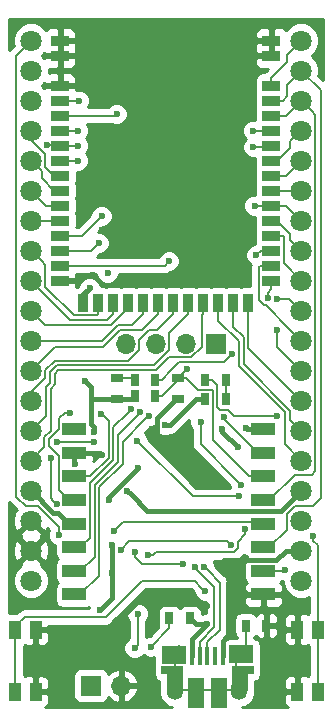
<source format=gtl>
G04 #@! TF.GenerationSoftware,KiCad,Pcbnew,5.0.0-rc1-44a33f2~62~ubuntu16.04.1*
G04 #@! TF.CreationDate,2018-04-24T12:49:53+03:00*
G04 #@! TF.ProjectId,nrf52board,6E72663532626F6172642E6B69636164,rev?*
G04 #@! TF.SameCoordinates,Original*
G04 #@! TF.FileFunction,Copper,L1,Top,Signal*
G04 #@! TF.FilePolarity,Positive*
%FSLAX46Y46*%
G04 Gerber Fmt 4.6, Leading zero omitted, Abs format (unit mm)*
G04 Created by KiCad (PCBNEW 5.0.0-rc1-44a33f2~62~ubuntu16.04.1) date Tue Apr 24 12:49:53 2018*
%MOMM*%
%LPD*%
G01*
G04 APERTURE LIST*
%ADD10C,1.800000*%
%ADD11R,1.500000X0.960000*%
%ADD12R,0.960000X1.500000*%
%ADD13R,1.000000X0.670000*%
%ADD14R,0.670000X1.000000*%
%ADD15R,1.700000X1.700000*%
%ADD16O,1.700000X1.700000*%
%ADD17R,1.350000X2.000000*%
%ADD18R,1.825000X0.700000*%
%ADD19R,2.000000X1.500000*%
%ADD20R,0.400000X1.650000*%
%ADD21O,1.100000X1.500000*%
%ADD22O,1.350000X1.700000*%
%ADD23R,1.430000X2.500000*%
%ADD24R,1.000000X1.550000*%
%ADD25R,2.000000X1.000000*%
%ADD26C,0.600000*%
%ADD27C,0.400000*%
%ADD28C,0.200000*%
%ADD29C,0.254000*%
G04 APERTURE END LIST*
D10*
X82380000Y-54610000D03*
X82380000Y-57150000D03*
X59520000Y-54610000D03*
X59520000Y-57150000D03*
X59520000Y-59690000D03*
X59520000Y-62230000D03*
X59520000Y-64770000D03*
X59520000Y-67310000D03*
X59520000Y-69850000D03*
X59520000Y-72390000D03*
X59520000Y-74930000D03*
X59520000Y-77470000D03*
X59520000Y-80010000D03*
X59520000Y-82550000D03*
X59520000Y-85090000D03*
X59520000Y-87630000D03*
X59520000Y-90170000D03*
X59520000Y-92710000D03*
X59520000Y-95250000D03*
X59520000Y-97790000D03*
X59520000Y-100330000D03*
X82380000Y-100330000D03*
X82380000Y-97790000D03*
X82380000Y-95250000D03*
X82380000Y-92710000D03*
X82380000Y-90170000D03*
X82380000Y-87630000D03*
X82380000Y-85090000D03*
X82380000Y-82550000D03*
X82380000Y-80010000D03*
X82380000Y-77470000D03*
X82380000Y-74930000D03*
X82380000Y-72390000D03*
X82380000Y-69850000D03*
X82380000Y-67310000D03*
X82380000Y-64770000D03*
X82380000Y-62230000D03*
X82380000Y-59690000D03*
D11*
X79876000Y-54610000D03*
X79876000Y-55880000D03*
X79876000Y-58420000D03*
X79876000Y-59690000D03*
X79876000Y-60960000D03*
X79876000Y-62230000D03*
X79876000Y-63500000D03*
X79876000Y-64770000D03*
X79876000Y-66040000D03*
X79876000Y-67310000D03*
X79876000Y-68580000D03*
X79876000Y-69850000D03*
X79876000Y-71120000D03*
X79876000Y-72390000D03*
X79876000Y-73660000D03*
X79876000Y-74930000D03*
D12*
X77916000Y-76820000D03*
X76646000Y-76820000D03*
X75376000Y-76820000D03*
X74106000Y-76820000D03*
X72836000Y-76820000D03*
X71566000Y-76820000D03*
X70296000Y-76820000D03*
X69026000Y-76820000D03*
X67756000Y-76820000D03*
X66486000Y-76820000D03*
X65216000Y-76820000D03*
X63946000Y-76820000D03*
D11*
X61976000Y-55880000D03*
X61976000Y-58420000D03*
X61976000Y-59690000D03*
X61976000Y-60960000D03*
X61976000Y-62230000D03*
X61976000Y-63500000D03*
X61976000Y-64770000D03*
X61976000Y-66040000D03*
X61976000Y-67310000D03*
X61976000Y-68580000D03*
X61976000Y-69850000D03*
X61976000Y-71120000D03*
X61976000Y-72390000D03*
X61976000Y-73660000D03*
X61976000Y-74930000D03*
X61976000Y-54610000D03*
D13*
X71966000Y-84949000D03*
X71966000Y-83199000D03*
D14*
X71232000Y-103505000D03*
X72982000Y-103505000D03*
X76030000Y-83312000D03*
X74280000Y-83312000D03*
D15*
X75141000Y-80264000D03*
D16*
X72601000Y-80264000D03*
X70061000Y-80264000D03*
X67521000Y-80264000D03*
D17*
X77185000Y-108655000D03*
X71705000Y-108655000D03*
D18*
X71485000Y-107905000D03*
X77435000Y-107905000D03*
D19*
X71585000Y-106605000D03*
X77335000Y-106585000D03*
D20*
X73135000Y-106705000D03*
X73785000Y-106705000D03*
X74435000Y-106705000D03*
X75085000Y-106705000D03*
X75735000Y-106705000D03*
D21*
X72015000Y-106585000D03*
X76855000Y-106585000D03*
D22*
X71705000Y-109585000D03*
X77165000Y-109585000D03*
D23*
X73475000Y-109855000D03*
X75395000Y-109855000D03*
D15*
X64600000Y-109220000D03*
D16*
X67140000Y-109220000D03*
D14*
X79445000Y-104140000D03*
X77695000Y-104140000D03*
X70047000Y-84709000D03*
X68297000Y-84709000D03*
X76002000Y-84963000D03*
X74252000Y-84963000D03*
D24*
X82077000Y-109728000D03*
X82077000Y-104478000D03*
X83777000Y-104478000D03*
X83777000Y-109728000D03*
D25*
X79200000Y-101500000D03*
X79200000Y-99500000D03*
X79200000Y-97500000D03*
X79200000Y-95500000D03*
X79200000Y-93500000D03*
X79200000Y-91500000D03*
X79200000Y-89500000D03*
X79200000Y-87500000D03*
X63200000Y-87500000D03*
X63200000Y-89500000D03*
X63200000Y-91500000D03*
X63200000Y-93500000D03*
X63200000Y-95500000D03*
X63200000Y-97500000D03*
X63200000Y-99500000D03*
X63200000Y-101500000D03*
D14*
X70047000Y-83312000D03*
X68297000Y-83312000D03*
D13*
X66759000Y-83185000D03*
X66759000Y-84935000D03*
D24*
X59901000Y-104478000D03*
X59901000Y-109728000D03*
X58201000Y-109728000D03*
X58201000Y-104478000D03*
D26*
X77681000Y-98425000D03*
X72347000Y-67310000D03*
X74252000Y-65278000D03*
X70188000Y-63627000D03*
X74125000Y-61976000D03*
X71204000Y-59817000D03*
X75014000Y-57658000D03*
X70950000Y-55372000D03*
X67648000Y-65024000D03*
X69807000Y-66548000D03*
X70061000Y-68580000D03*
X69934000Y-70612000D03*
X69934000Y-72263000D03*
X64727000Y-74422000D03*
X68029000Y-75311000D03*
X70061000Y-75184000D03*
X72601000Y-75057000D03*
X74379000Y-75057000D03*
X74379000Y-73406000D03*
X74379000Y-71628000D03*
X74379000Y-69723000D03*
X74633000Y-68453000D03*
X76157000Y-66929000D03*
X76538000Y-65405000D03*
X76538000Y-63627000D03*
X77046000Y-61976000D03*
X77935000Y-60833000D03*
X78062000Y-58420000D03*
X78697000Y-57150000D03*
X78062000Y-54610000D03*
X84031000Y-55118000D03*
X84031000Y-52959000D03*
X80729000Y-53086000D03*
X78570000Y-53086000D03*
X76665000Y-53086000D03*
X74760000Y-53086000D03*
X66378000Y-53086000D03*
X72728000Y-53086000D03*
X70061000Y-53086000D03*
X68029000Y-53086000D03*
X64600000Y-53086000D03*
X62568000Y-53086000D03*
X60917000Y-53086000D03*
X59520000Y-52959000D03*
X57869000Y-54864000D03*
X57996000Y-53086000D03*
X63457000Y-57150000D03*
X63457000Y-58547000D03*
X63711000Y-54483000D03*
X63711000Y-55880000D03*
X64854000Y-56134000D03*
X66632000Y-56261000D03*
X68156000Y-56134000D03*
X68537000Y-58928000D03*
X68283000Y-60960000D03*
X65235000Y-62103000D03*
X64600000Y-65786000D03*
X64473000Y-68199000D03*
X65489000Y-70612000D03*
X63711000Y-74549000D03*
X72982000Y-88707000D03*
X82380000Y-107950000D03*
X82507000Y-106172000D03*
X80475000Y-109347000D03*
X82634000Y-102489000D03*
X76411000Y-102489000D03*
X74379000Y-102489000D03*
X77681000Y-87376000D03*
X61044000Y-98933000D03*
X57869000Y-97028000D03*
X63203000Y-90499998D03*
X65489000Y-89662000D03*
X75394994Y-99060000D03*
X69299000Y-101346000D03*
X71458000Y-101346000D03*
X79332000Y-102870000D03*
X80221000Y-105410000D03*
X79967000Y-107442000D03*
X79459000Y-110744000D03*
X69426000Y-110617000D03*
X69045000Y-107315000D03*
X66124000Y-105029000D03*
X61933000Y-104394000D03*
X60790000Y-102489000D03*
X62060000Y-110363000D03*
X58123000Y-102108000D03*
X59901000Y-106807000D03*
X67140000Y-106045000D03*
X76538000Y-104013000D03*
X69426000Y-109220000D03*
X65364000Y-107569000D03*
X64473000Y-75565000D03*
X67648000Y-92710000D03*
X70884362Y-87168004D03*
X64065342Y-83404010D03*
X64854000Y-87785000D03*
X65997000Y-74295000D03*
X63584000Y-59690000D03*
X66759000Y-60833000D03*
X65489000Y-69469000D03*
X71204000Y-73279000D03*
X78316000Y-63627000D03*
X78316000Y-62230000D03*
X65235000Y-71755000D03*
X61856048Y-96471774D03*
X66505000Y-96139000D03*
X63457000Y-62230000D03*
X60856335Y-63481789D03*
X63457000Y-63500000D03*
X72728000Y-82423000D03*
X63457000Y-64770000D03*
X64849479Y-88618873D03*
X77099989Y-93183166D03*
X61692722Y-88573178D03*
X68494873Y-88480112D03*
X69426000Y-98171000D03*
X77671420Y-95977343D03*
X77294010Y-92196274D03*
X73871000Y-86868000D03*
X61679000Y-93853000D03*
X76446421Y-97316990D03*
X61171000Y-89916000D03*
X67136488Y-97697990D03*
X74379000Y-104013000D03*
X83396000Y-96520000D03*
X80382990Y-79122885D03*
X79548752Y-76419048D03*
X80348000Y-76454000D03*
X78570000Y-72771000D03*
X80348000Y-86360000D03*
X76515968Y-81153000D03*
X78443000Y-68580000D03*
X74252000Y-101219000D03*
X80983000Y-99441000D03*
X65362000Y-102802989D03*
X66373556Y-97297979D03*
X66378000Y-99695000D03*
X75730518Y-87457518D03*
X77046000Y-89027000D03*
X68537000Y-90805000D03*
X66124000Y-93472000D03*
X68297333Y-97870989D03*
X72359800Y-98933000D03*
X69680000Y-105918000D03*
X73363000Y-99187000D03*
X74187266Y-99162737D03*
X75876918Y-86452010D03*
X62822000Y-86106000D03*
X65444130Y-86192395D03*
X69510740Y-86384988D03*
X68768512Y-86086466D03*
X68010866Y-85829576D03*
X68283000Y-106045000D03*
X68537000Y-103124000D03*
D27*
X70376000Y-88707000D02*
X72982000Y-88707000D01*
X70184361Y-88515361D02*
X70376000Y-88707000D01*
X70188000Y-86562000D02*
X70188000Y-86828364D01*
X70184361Y-86832003D02*
X70184361Y-88515361D01*
X70188000Y-86828364D02*
X70184361Y-86832003D01*
X71966000Y-84949000D02*
X71801000Y-84949000D01*
X71801000Y-84949000D02*
X70188000Y-86562000D01*
X82380000Y-97790000D02*
X81107208Y-97790000D01*
X80297209Y-98599999D02*
X75854995Y-98599999D01*
X81107208Y-97790000D02*
X80297209Y-98599999D01*
X75854995Y-98599999D02*
X75694993Y-98760001D01*
X75694993Y-98760001D02*
X75394994Y-99060000D01*
X79200000Y-87500000D02*
X77805000Y-87500000D01*
X77805000Y-87500000D02*
X77681000Y-87376000D01*
X63200000Y-89500000D02*
X63200000Y-90496998D01*
X63200000Y-90496998D02*
X63203000Y-90499998D01*
X63200000Y-89500000D02*
X65327000Y-89500000D01*
X65327000Y-89500000D02*
X65489000Y-89662000D01*
X63200000Y-89500000D02*
X63200000Y-89532000D01*
X63200000Y-89532000D02*
X63203000Y-89535000D01*
X75394994Y-99094994D02*
X75394994Y-99060000D01*
X79200000Y-101500000D02*
X77800000Y-101500000D01*
X77800000Y-101500000D02*
X75394994Y-99094994D01*
X67140000Y-106045000D02*
X67140000Y-103505000D01*
X67140000Y-103505000D02*
X68999001Y-101645999D01*
X68999001Y-101645999D02*
X69299000Y-101346000D01*
X76538000Y-104013000D02*
X76238001Y-104312999D01*
X76238001Y-104976999D02*
X75735000Y-105480000D01*
X76238001Y-104312999D02*
X76238001Y-104976999D01*
X75735000Y-105480000D02*
X75735000Y-106705000D01*
X63946000Y-76820000D02*
X63946000Y-76092000D01*
X63946000Y-76092000D02*
X64473000Y-75565000D01*
X82380000Y-92710000D02*
X80689999Y-94400001D01*
X80689999Y-94400001D02*
X69338001Y-94400001D01*
X69338001Y-94400001D02*
X67947999Y-93009999D01*
X67947999Y-93009999D02*
X67648000Y-92710000D01*
X61353124Y-94600000D02*
X61800000Y-94600000D01*
X59520000Y-92710000D02*
X60419999Y-93609999D01*
X61800000Y-94600000D02*
X62700000Y-95500000D01*
X60419999Y-93666875D02*
X61353124Y-94600000D01*
X60419999Y-93609999D02*
X60419999Y-93666875D01*
X62700000Y-95500000D02*
X63200000Y-95500000D01*
X64600001Y-84963000D02*
X64600001Y-87106737D01*
X64600001Y-87106737D02*
X64854000Y-87360736D01*
X64854000Y-87360736D02*
X64854000Y-87785000D01*
X71308626Y-87168004D02*
X70884362Y-87168004D01*
X73517000Y-84963000D02*
X71311996Y-87168004D01*
X74252000Y-84963000D02*
X73517000Y-84963000D01*
X71311996Y-87168004D02*
X71308626Y-87168004D01*
X64365341Y-83704009D02*
X64065342Y-83404010D01*
X64600001Y-84963000D02*
X64600001Y-83938669D01*
X64600001Y-83938669D02*
X64365341Y-83704009D01*
X66759000Y-84935000D02*
X68071000Y-84935000D01*
X68071000Y-84935000D02*
X68297000Y-84709000D01*
X66759000Y-84935000D02*
X64628001Y-84935000D01*
X64628001Y-84935000D02*
X64600001Y-84963000D01*
D28*
X61976000Y-59690000D02*
X63584000Y-59690000D01*
X61976000Y-60960000D02*
X66632000Y-60960000D01*
X66632000Y-60960000D02*
X66759000Y-60833000D01*
X62926000Y-71120000D02*
X63838000Y-71120000D01*
X63838000Y-71120000D02*
X65489000Y-69469000D01*
X61976000Y-71120000D02*
X62926000Y-71120000D01*
X61976000Y-73660000D02*
X70823000Y-73660000D01*
X70823000Y-73660000D02*
X71204000Y-73279000D01*
X78316000Y-63627000D02*
X79749000Y-63627000D01*
X79749000Y-63627000D02*
X79876000Y-63500000D01*
X78316000Y-62230000D02*
X79876000Y-62230000D01*
X61976000Y-72390000D02*
X64600000Y-72390000D01*
X64600000Y-72390000D02*
X65235000Y-71755000D01*
X61856048Y-95810046D02*
X61856048Y-96047510D01*
X58250000Y-93218000D02*
X59081999Y-94049999D01*
X60096001Y-94049999D02*
X61856048Y-95810046D01*
X58250000Y-55880000D02*
X58250000Y-93218000D01*
X61856048Y-96047510D02*
X61856048Y-96471774D01*
X59081999Y-94049999D02*
X60096001Y-94049999D01*
X59520000Y-54610000D02*
X58250000Y-55880000D01*
X75014000Y-95377000D02*
X67267000Y-95377000D01*
X67267000Y-95377000D02*
X66505000Y-96139000D01*
X78577000Y-95377000D02*
X75014000Y-95377000D01*
X78700000Y-95500000D02*
X78577000Y-95377000D01*
X79200000Y-95500000D02*
X78700000Y-95500000D01*
X61976000Y-62230000D02*
X63457000Y-62230000D01*
X60856335Y-63481789D02*
X61957789Y-63481789D01*
X61957789Y-63481789D02*
X61976000Y-63500000D01*
X60856335Y-63481789D02*
X60802474Y-63535650D01*
X61976000Y-63500000D02*
X63457000Y-63500000D01*
X74887001Y-84222999D02*
X74827001Y-84162999D01*
X74827001Y-84162999D02*
X73629999Y-84162999D01*
X72666000Y-83199000D02*
X71966000Y-83199000D01*
X73629999Y-84162999D02*
X72666000Y-83199000D01*
X79200000Y-91500000D02*
X78000000Y-91500000D01*
X78000000Y-91500000D02*
X74887001Y-88387001D01*
X74887001Y-88387001D02*
X74887001Y-84222999D01*
X71966000Y-83199000D02*
X71966000Y-83185000D01*
X71966000Y-83185000D02*
X72728000Y-82423000D01*
X70047000Y-84709000D02*
X70582000Y-84709000D01*
X70582000Y-84709000D02*
X71966000Y-83325000D01*
X71966000Y-83325000D02*
X71966000Y-83199000D01*
X63330000Y-64770000D02*
X63457000Y-64770000D01*
X62926000Y-64770000D02*
X63330000Y-64770000D01*
X61976000Y-64770000D02*
X62926000Y-64770000D01*
X59520000Y-62230000D02*
X59520000Y-62993998D01*
X60720001Y-65284003D02*
X61475998Y-66040000D01*
X60720001Y-64193999D02*
X60720001Y-65284003D01*
X61475998Y-66040000D02*
X61976000Y-66040000D01*
X59520000Y-62993998D02*
X60720001Y-64193999D01*
X59520000Y-64770000D02*
X60419999Y-65669999D01*
X60419999Y-66254001D02*
X61475998Y-67310000D01*
X60419999Y-65669999D02*
X60419999Y-66254001D01*
X61475998Y-67310000D02*
X61976000Y-67310000D01*
X59520000Y-67310000D02*
X60790000Y-68580000D01*
X60790000Y-68580000D02*
X61976000Y-68580000D01*
X59520000Y-69850000D02*
X61976000Y-69850000D01*
X65216000Y-76820000D02*
X65216000Y-77770000D01*
X65115999Y-77870001D02*
X63145999Y-77870001D01*
X60720001Y-73590001D02*
X60419999Y-73289999D01*
X60419999Y-73289999D02*
X59520000Y-72390000D01*
X65216000Y-77770000D02*
X65115999Y-77870001D01*
X63145999Y-77870001D02*
X60720001Y-75444003D01*
X60720001Y-75444003D02*
X60720001Y-73590001D01*
X65985988Y-78270012D02*
X66486000Y-77770000D01*
X62860012Y-78270012D02*
X65985988Y-78270012D01*
X59520000Y-74930000D02*
X62860012Y-78270012D01*
X66486000Y-77770000D02*
X66486000Y-76820000D01*
X60720023Y-78670023D02*
X66332577Y-78670023D01*
X67756000Y-77246600D02*
X67756000Y-76820000D01*
X66332577Y-78670023D02*
X67756000Y-77246600D01*
X59520000Y-77470000D02*
X60720023Y-78670023D01*
X64803784Y-88573178D02*
X64849479Y-88618873D01*
X61692722Y-88573178D02*
X64803784Y-88573178D01*
X68494873Y-88480112D02*
X73197927Y-93183166D01*
X76675725Y-93183166D02*
X77099989Y-93183166D01*
X73197927Y-93183166D02*
X76675725Y-93183166D01*
X59520000Y-80010000D02*
X65558300Y-80010000D01*
X65558300Y-80010000D02*
X66854312Y-78713988D01*
X68082012Y-78713988D02*
X69026000Y-77770000D01*
X66854312Y-78713988D02*
X68082012Y-78713988D01*
X69026000Y-77770000D02*
X69026000Y-76820000D01*
X69426000Y-98171000D02*
X69850264Y-98171000D01*
X69850264Y-98171000D02*
X70104264Y-97917000D01*
X70104264Y-97917000D02*
X76538000Y-97917000D01*
X76538000Y-97917000D02*
X76538000Y-97916991D01*
X76538000Y-97916991D02*
X76734422Y-97916991D01*
X76734422Y-97916991D02*
X77046422Y-97604991D01*
X77046422Y-97604991D02*
X77046422Y-97026605D01*
X77046422Y-97026605D02*
X77671420Y-96401607D01*
X77671420Y-96401607D02*
X77671420Y-95977343D01*
X68943299Y-79113999D02*
X70296000Y-77761298D01*
X65616000Y-80518000D02*
X67020001Y-79113999D01*
X67020001Y-79113999D02*
X68943299Y-79113999D01*
X61552000Y-80518000D02*
X65616000Y-80518000D01*
X59520000Y-82550000D02*
X61552000Y-80518000D01*
X70296000Y-77761298D02*
X70296000Y-76820000D01*
X73871000Y-88773264D02*
X76994011Y-91896275D01*
X73871000Y-86868000D02*
X73871000Y-88773264D01*
X76994011Y-91896275D02*
X77294010Y-92196274D01*
X61512623Y-81711977D02*
X60720001Y-82504599D01*
X59520000Y-84339600D02*
X59520000Y-85090000D01*
X71566000Y-76820000D02*
X71566000Y-77770000D01*
X68671001Y-80776599D02*
X67735623Y-81711977D01*
X60720001Y-83139599D02*
X59520000Y-84339600D01*
X68671001Y-79951997D02*
X68671001Y-80776599D01*
X60720001Y-82504599D02*
X60720001Y-83139599D01*
X67735623Y-81711977D02*
X61512623Y-81711977D01*
X69508999Y-79113999D02*
X68671001Y-79951997D01*
X70222001Y-79113999D02*
X69508999Y-79113999D01*
X71566000Y-77770000D02*
X70222001Y-79113999D01*
X61379001Y-93553001D02*
X61679000Y-93853000D01*
X61171000Y-93345000D02*
X61379001Y-93553001D01*
X61171000Y-89916000D02*
X61171000Y-93345000D01*
X76146422Y-97016991D02*
X76446421Y-97316990D01*
X67136488Y-97697990D02*
X67817487Y-97016991D01*
X67817487Y-97016991D02*
X76146422Y-97016991D01*
X61678312Y-82111988D02*
X61120012Y-82670288D01*
X61120012Y-82670288D02*
X61120012Y-83559288D01*
X60770991Y-86379009D02*
X60419999Y-86730001D01*
X71211001Y-80816001D02*
X69915014Y-82111988D01*
X60770991Y-83908309D02*
X60770991Y-86379009D01*
X71211001Y-79394999D02*
X71211001Y-80816001D01*
X69915014Y-82111988D02*
X61678312Y-82111988D01*
X60419999Y-86730001D02*
X59520000Y-87630000D01*
X72836000Y-77770000D02*
X71211001Y-79394999D01*
X72836000Y-76820000D02*
X72836000Y-77770000D01*
X61120012Y-83559288D02*
X60770991Y-83908309D01*
X73101999Y-81414001D02*
X73990999Y-80525001D01*
X61520023Y-83724977D02*
X61520023Y-82835977D01*
X73990999Y-80525001D02*
X73990999Y-77885001D01*
X61844001Y-82511999D02*
X70080703Y-82511999D01*
X73990999Y-77885001D02*
X74106000Y-77770000D01*
X74106000Y-77770000D02*
X74106000Y-76820000D01*
X61520023Y-82835977D02*
X61844001Y-82511999D01*
X71178701Y-81414001D02*
X73101999Y-81414001D01*
X61171000Y-84074000D02*
X61520023Y-83724977D01*
X60649437Y-88162759D02*
X61171000Y-87641196D01*
X59520000Y-90170000D02*
X60649437Y-89040563D01*
X60649437Y-89040563D02*
X60649437Y-88162759D01*
X70080703Y-82511999D02*
X71178701Y-81414001D01*
X61171000Y-87641196D02*
X61171000Y-84074000D01*
D27*
X74379000Y-104013000D02*
X73490000Y-104013000D01*
X73490000Y-104013000D02*
X72982000Y-103505000D01*
X73135000Y-105257000D02*
X74379000Y-104013000D01*
X73135000Y-106705000D02*
X73135000Y-105257000D01*
D28*
X82380000Y-90170000D02*
X81002009Y-88792009D01*
X81002009Y-88792009D02*
X81002009Y-86067309D01*
X77115978Y-80079978D02*
X75376000Y-78340000D01*
X75376000Y-78340000D02*
X75376000Y-77770000D01*
X77115978Y-82181278D02*
X77115978Y-80079978D01*
X81002009Y-86067309D02*
X77115978Y-82181278D01*
X75376000Y-77770000D02*
X75376000Y-76820000D01*
X77515989Y-79717989D02*
X76646000Y-78848000D01*
X76646000Y-77770000D02*
X76646000Y-76820000D01*
X81480001Y-86730001D02*
X81480001Y-85979601D01*
X81480001Y-85979601D02*
X77515989Y-82015589D01*
X76646000Y-78848000D02*
X76646000Y-77770000D01*
X77515989Y-82015589D02*
X77515989Y-79717989D01*
X82380000Y-87630000D02*
X81480001Y-86730001D01*
X77916000Y-80626000D02*
X77916000Y-77770000D01*
X82380000Y-85090000D02*
X77916000Y-80626000D01*
X77916000Y-77770000D02*
X77916000Y-76820000D01*
X83396000Y-96520000D02*
X83396000Y-96944264D01*
X83396000Y-96944264D02*
X83777000Y-97325264D01*
X83777000Y-97325264D02*
X83777000Y-103503000D01*
X83777000Y-103503000D02*
X83777000Y-104478000D01*
X82380000Y-82550000D02*
X80382990Y-80552990D01*
X80382990Y-79547149D02*
X80382990Y-79122885D01*
X80382990Y-80552990D02*
X80382990Y-79547149D01*
X79876000Y-74930000D02*
X79876000Y-75667536D01*
X79548752Y-75994784D02*
X79548752Y-76419048D01*
X79876000Y-75667536D02*
X79548752Y-75994784D01*
X83777000Y-104478000D02*
X83777000Y-104203000D01*
X83777000Y-109728000D02*
X83777000Y-104478000D01*
X78825999Y-73760001D02*
X78825999Y-76584297D01*
X78825999Y-76584297D02*
X79260751Y-77019049D01*
X78926000Y-73660000D02*
X78825999Y-73760001D01*
X79389049Y-77019049D02*
X81480001Y-79110001D01*
X79876000Y-73660000D02*
X78926000Y-73660000D01*
X79260751Y-77019049D02*
X79389049Y-77019049D01*
X81480001Y-79110001D02*
X82380000Y-80010000D01*
X80772264Y-76454000D02*
X80348000Y-76454000D01*
X81364000Y-76454000D02*
X80772264Y-76454000D01*
X82380000Y-77470000D02*
X81364000Y-76454000D01*
X79876000Y-72390000D02*
X78951000Y-72390000D01*
X78951000Y-72390000D02*
X78570000Y-72771000D01*
X82380000Y-74930000D02*
X80926001Y-73476001D01*
X80926001Y-73476001D02*
X80926001Y-71220001D01*
X80926001Y-71220001D02*
X80826000Y-71120000D01*
X80826000Y-71120000D02*
X79876000Y-71120000D01*
X75287011Y-85623013D02*
X75515998Y-85852000D01*
X75287010Y-83784010D02*
X75287011Y-85623013D01*
X74815000Y-83312000D02*
X75287010Y-83784010D01*
X75515998Y-85852000D02*
X76157000Y-85852000D01*
X74280000Y-83312000D02*
X74815000Y-83312000D01*
X76157000Y-85852000D02*
X76665000Y-86360000D01*
X76665000Y-86360000D02*
X80348000Y-86360000D01*
X79876000Y-69850000D02*
X80376002Y-69850000D01*
X80376002Y-69850000D02*
X81480001Y-70953999D01*
X81480001Y-70953999D02*
X81480001Y-71490001D01*
X81480001Y-71490001D02*
X82380000Y-72390000D01*
X79876000Y-69850000D02*
X79876000Y-69886000D01*
X79876000Y-69886000D02*
X80094000Y-70104000D01*
X75854956Y-81814012D02*
X76215969Y-81452999D01*
X71382001Y-82498999D02*
X72066988Y-81814012D01*
X72066988Y-81814012D02*
X75854956Y-81814012D01*
X71382001Y-82511999D02*
X71382001Y-82498999D01*
X70582000Y-83312000D02*
X71382001Y-82511999D01*
X70047000Y-83312000D02*
X70582000Y-83312000D01*
X76215969Y-81452999D02*
X76515968Y-81153000D01*
X78443000Y-68580000D02*
X79876000Y-68580000D01*
X82380000Y-69850000D02*
X81110000Y-68580000D01*
X81110000Y-68580000D02*
X79876000Y-68580000D01*
X82380000Y-67310000D02*
X79876000Y-67310000D01*
X82380000Y-64770000D02*
X81110000Y-66040000D01*
X81110000Y-66040000D02*
X79876000Y-66040000D01*
X65845999Y-103402999D02*
X68918998Y-100330000D01*
X59001001Y-103402999D02*
X65845999Y-103402999D01*
X58201000Y-104203000D02*
X59001001Y-103402999D01*
X58201000Y-104478000D02*
X58201000Y-104203000D01*
X68918998Y-100330000D02*
X73363000Y-100330000D01*
X73363000Y-100330000D02*
X73952001Y-100919001D01*
X73952001Y-100919001D02*
X74252000Y-101219000D01*
X58201000Y-104478000D02*
X58201000Y-104753000D01*
X58201000Y-109728000D02*
X58201000Y-108753000D01*
X58201000Y-108753000D02*
X58201000Y-104478000D01*
X82380000Y-62230000D02*
X81480001Y-63129999D01*
X80376002Y-64770000D02*
X79876000Y-64770000D01*
X81480001Y-63129999D02*
X81480001Y-63666001D01*
X81480001Y-63666001D02*
X80376002Y-64770000D01*
X83580001Y-91059000D02*
X83580001Y-60890001D01*
X79200000Y-93500000D02*
X79700000Y-93500000D01*
X83269000Y-91370001D02*
X83580001Y-91059000D01*
X79700000Y-93500000D02*
X81829999Y-91370001D01*
X81829999Y-91370001D02*
X83269000Y-91370001D01*
X83580001Y-60890001D02*
X83279999Y-60589999D01*
X83279999Y-60589999D02*
X82380000Y-59690000D01*
X82380000Y-59690000D02*
X81110000Y-60960000D01*
X81110000Y-60960000D02*
X79876000Y-60960000D01*
X79200000Y-97500000D02*
X79200000Y-97658000D01*
X83396000Y-93980000D02*
X81873998Y-93980000D01*
X81873998Y-93980000D02*
X81179999Y-94673999D01*
X84031000Y-93345000D02*
X83396000Y-93980000D01*
X84031000Y-58801000D02*
X84031000Y-93345000D01*
X82380000Y-57150000D02*
X84031000Y-58801000D01*
X81179999Y-94673999D02*
X81179999Y-96020001D01*
X81179999Y-96020001D02*
X79700000Y-97500000D01*
X79700000Y-97500000D02*
X79200000Y-97500000D01*
X78700000Y-97500000D02*
X79200000Y-97500000D01*
X82380000Y-57150000D02*
X81179999Y-58350001D01*
X81179999Y-58350001D02*
X81179999Y-59336001D01*
X81179999Y-59336001D02*
X80826000Y-59690000D01*
X80826000Y-59690000D02*
X79876000Y-59690000D01*
X79200000Y-99500000D02*
X80924000Y-99500000D01*
X80924000Y-99500000D02*
X80983000Y-99441000D01*
X82380000Y-54610000D02*
X81179999Y-55810001D01*
X81179999Y-55810001D02*
X81179999Y-56436001D01*
X81179999Y-56436001D02*
X79876000Y-57740000D01*
X79876000Y-57740000D02*
X79876000Y-58420000D01*
D27*
X66378000Y-101786989D02*
X65661999Y-102502990D01*
X66378000Y-99695000D02*
X66378000Y-101786989D01*
X65661999Y-102502990D02*
X65362000Y-102802989D01*
X66378000Y-99695000D02*
X66378000Y-97302423D01*
X66378000Y-97302423D02*
X66373556Y-97297979D01*
X75730518Y-87711518D02*
X75730518Y-87457518D01*
X77046000Y-89027000D02*
X75730518Y-87711518D01*
X66124000Y-93472000D02*
X66124000Y-93218000D01*
X66124000Y-93218000D02*
X68537000Y-90805000D01*
D28*
X68935080Y-98933000D02*
X68297333Y-98295253D01*
X68297333Y-98295253D02*
X68297333Y-97870989D01*
X72359800Y-98933000D02*
X68935080Y-98933000D01*
X71232000Y-103505000D02*
X71232000Y-104366000D01*
X71232000Y-104366000D02*
X69680000Y-105918000D01*
X76030000Y-83312000D02*
X76030000Y-84935000D01*
X76030000Y-84935000D02*
X76002000Y-84963000D01*
X77165000Y-109585000D02*
X75665000Y-109585000D01*
X75665000Y-109585000D02*
X75395000Y-109855000D01*
X71705000Y-109585000D02*
X73205000Y-109585000D01*
X73205000Y-109585000D02*
X73475000Y-109855000D01*
X71705000Y-109585000D02*
X77165000Y-109585000D01*
X76855000Y-106585000D02*
X76855000Y-109275000D01*
X76855000Y-109275000D02*
X77165000Y-109585000D01*
X71705000Y-109585000D02*
X71705000Y-106895000D01*
X71705000Y-106895000D02*
X72015000Y-106585000D01*
X76855000Y-106585000D02*
X77605000Y-106585000D01*
X77605000Y-106585000D02*
X77695000Y-106495000D01*
X77695000Y-106495000D02*
X77695000Y-104840000D01*
X77695000Y-104840000D02*
X77695000Y-104140000D01*
X75033011Y-104247989D02*
X75033011Y-100857011D01*
X73785000Y-105496000D02*
X75033011Y-104247989D01*
X73785000Y-106705000D02*
X73785000Y-105496000D01*
X75033011Y-100857011D02*
X73662999Y-99486999D01*
X73662999Y-99486999D02*
X73363000Y-99187000D01*
X75522000Y-100497471D02*
X74487265Y-99462736D01*
X74435000Y-105567387D02*
X75522000Y-104480387D01*
X75522000Y-104480387D02*
X75522000Y-100497471D01*
X74435000Y-106705000D02*
X74435000Y-105567387D01*
X74487265Y-99462736D02*
X74187266Y-99162737D01*
X75876918Y-86676918D02*
X75876918Y-86452010D01*
X78700000Y-89500000D02*
X75876918Y-86676918D01*
X79200000Y-89500000D02*
X78700000Y-89500000D01*
X62822000Y-86106000D02*
X62397736Y-86106000D01*
X61049448Y-88328448D02*
X61049448Y-88904452D01*
X61899999Y-89755003D02*
X61899999Y-92699999D01*
X61899999Y-92699999D02*
X62700000Y-93500000D01*
X61899999Y-87477897D02*
X61049448Y-88328448D01*
X62700000Y-93500000D02*
X63200000Y-93500000D01*
X62397736Y-86106000D02*
X61899999Y-86603737D01*
X61899999Y-86603737D02*
X61899999Y-87477897D01*
X61049448Y-88904452D02*
X61899999Y-89755003D01*
X65744129Y-86492394D02*
X65444130Y-86192395D01*
X66089002Y-89950002D02*
X66089002Y-86837267D01*
X64539004Y-91500000D02*
X66089002Y-89950002D01*
X66089002Y-86837267D02*
X65744129Y-86492394D01*
X63200000Y-91500000D02*
X64539004Y-91500000D01*
X69210741Y-86684987D02*
X69510740Y-86384988D01*
X67289035Y-90447069D02*
X67289035Y-88606693D01*
X67289035Y-88606693D02*
X69210741Y-86684987D01*
X65300021Y-92436083D02*
X67289035Y-90447069D01*
X63200000Y-101500000D02*
X63700000Y-101500000D01*
X65300021Y-99899979D02*
X65300021Y-92436083D01*
X63700000Y-101500000D02*
X65300021Y-99899979D01*
X64900011Y-98299989D02*
X64900011Y-92270393D01*
X66889024Y-87965954D02*
X68468513Y-86386465D01*
X63700000Y-99500000D02*
X64900011Y-98299989D01*
X64900011Y-92270393D02*
X66889024Y-90281380D01*
X63200000Y-99500000D02*
X63700000Y-99500000D01*
X66889024Y-90281380D02*
X66889024Y-87965954D01*
X68468513Y-86386465D02*
X68768512Y-86086466D01*
X64500001Y-96699999D02*
X64500001Y-92104703D01*
X63700000Y-97500000D02*
X64500001Y-96699999D01*
X64500001Y-92104703D02*
X66489013Y-90115691D01*
X66489013Y-90115691D02*
X66489013Y-87351429D01*
X67710867Y-86129575D02*
X68010866Y-85829576D01*
X66489013Y-87351429D02*
X67710867Y-86129575D01*
X63200000Y-97500000D02*
X63700000Y-97500000D01*
X68537000Y-105791000D02*
X68283000Y-106045000D01*
X68537000Y-103124000D02*
X68537000Y-105791000D01*
X66759000Y-83185000D02*
X68170000Y-83185000D01*
X68170000Y-83185000D02*
X68297000Y-83312000D01*
D29*
G36*
X77601843Y-98247765D02*
X77742191Y-98457809D01*
X77805334Y-98500000D01*
X77742191Y-98542191D01*
X77601843Y-98752235D01*
X77552560Y-99000000D01*
X77552560Y-100000000D01*
X77601843Y-100247765D01*
X77742191Y-100457809D01*
X77803320Y-100498655D01*
X77661673Y-100640301D01*
X77565000Y-100873690D01*
X77565000Y-101214250D01*
X77723750Y-101373000D01*
X79073000Y-101373000D01*
X79073000Y-101353000D01*
X79327000Y-101353000D01*
X79327000Y-101373000D01*
X80676250Y-101373000D01*
X80835000Y-101214250D01*
X80835000Y-100873690D01*
X80738327Y-100640301D01*
X80596680Y-100498655D01*
X80657809Y-100457809D01*
X80730799Y-100348572D01*
X80797017Y-100376000D01*
X80845000Y-100376000D01*
X80845000Y-100635330D01*
X81078690Y-101199507D01*
X81510493Y-101631310D01*
X82074670Y-101865000D01*
X82685330Y-101865000D01*
X83042001Y-101717262D01*
X83042001Y-103102304D01*
X83029235Y-103104843D01*
X82937899Y-103165873D01*
X82936699Y-103164673D01*
X82703310Y-103068000D01*
X82362750Y-103068000D01*
X82204000Y-103226750D01*
X82204000Y-104351000D01*
X82224000Y-104351000D01*
X82224000Y-104605000D01*
X82204000Y-104605000D01*
X82204000Y-105729250D01*
X82362750Y-105888000D01*
X82703310Y-105888000D01*
X82936699Y-105791327D01*
X82937899Y-105790127D01*
X83029235Y-105851157D01*
X83042001Y-105853696D01*
X83042000Y-108352304D01*
X83029235Y-108354843D01*
X82937899Y-108415873D01*
X82936699Y-108414673D01*
X82703310Y-108318000D01*
X82362750Y-108318000D01*
X82204000Y-108476750D01*
X82204000Y-109601000D01*
X82224000Y-109601000D01*
X82224000Y-109855000D01*
X82204000Y-109855000D01*
X82204000Y-109875000D01*
X81950000Y-109875000D01*
X81950000Y-109855000D01*
X81100750Y-109855000D01*
X80942000Y-110013750D01*
X80942000Y-110629309D01*
X81038673Y-110862698D01*
X81217301Y-111041327D01*
X81238239Y-111050000D01*
X77394569Y-111050000D01*
X77676136Y-110993993D01*
X78109457Y-110704457D01*
X78398993Y-110271135D01*
X78475000Y-109889021D01*
X78475000Y-109818089D01*
X78507440Y-109655000D01*
X78507440Y-108870626D01*
X78595265Y-108853157D01*
X78634873Y-108826691D01*
X80942000Y-108826691D01*
X80942000Y-109442250D01*
X81100750Y-109601000D01*
X81950000Y-109601000D01*
X81950000Y-108476750D01*
X81791250Y-108318000D01*
X81450690Y-108318000D01*
X81217301Y-108414673D01*
X81038673Y-108593302D01*
X80942000Y-108826691D01*
X78634873Y-108826691D01*
X78805309Y-108712809D01*
X78945657Y-108502765D01*
X78994940Y-108255000D01*
X78994940Y-107555000D01*
X78966810Y-107413579D01*
X78982440Y-107335000D01*
X78982440Y-105835000D01*
X78933157Y-105587235D01*
X78792809Y-105377191D01*
X78582765Y-105236843D01*
X78430000Y-105206456D01*
X78430000Y-105136436D01*
X78487809Y-105097809D01*
X78564667Y-104982784D01*
X78571673Y-104999699D01*
X78750302Y-105178327D01*
X78983691Y-105275000D01*
X79159250Y-105275000D01*
X79318000Y-105116250D01*
X79318000Y-104267000D01*
X79572000Y-104267000D01*
X79572000Y-105116250D01*
X79730750Y-105275000D01*
X79906309Y-105275000D01*
X80139698Y-105178327D01*
X80318327Y-104999699D01*
X80415000Y-104766310D01*
X80415000Y-104763750D01*
X80942000Y-104763750D01*
X80942000Y-105379309D01*
X81038673Y-105612698D01*
X81217301Y-105791327D01*
X81450690Y-105888000D01*
X81791250Y-105888000D01*
X81950000Y-105729250D01*
X81950000Y-104605000D01*
X81100750Y-104605000D01*
X80942000Y-104763750D01*
X80415000Y-104763750D01*
X80415000Y-104425750D01*
X80256250Y-104267000D01*
X79572000Y-104267000D01*
X79318000Y-104267000D01*
X79298000Y-104267000D01*
X79298000Y-104013000D01*
X79318000Y-104013000D01*
X79318000Y-103163750D01*
X79572000Y-103163750D01*
X79572000Y-104013000D01*
X80256250Y-104013000D01*
X80415000Y-103854250D01*
X80415000Y-103576691D01*
X80942000Y-103576691D01*
X80942000Y-104192250D01*
X81100750Y-104351000D01*
X81950000Y-104351000D01*
X81950000Y-103226750D01*
X81791250Y-103068000D01*
X81450690Y-103068000D01*
X81217301Y-103164673D01*
X81038673Y-103343302D01*
X80942000Y-103576691D01*
X80415000Y-103576691D01*
X80415000Y-103513690D01*
X80318327Y-103280301D01*
X80139698Y-103101673D01*
X79906309Y-103005000D01*
X79730750Y-103005000D01*
X79572000Y-103163750D01*
X79318000Y-103163750D01*
X79159250Y-103005000D01*
X78983691Y-103005000D01*
X78750302Y-103101673D01*
X78571673Y-103280301D01*
X78564667Y-103297216D01*
X78487809Y-103182191D01*
X78277765Y-103041843D01*
X78030000Y-102992560D01*
X77360000Y-102992560D01*
X77112235Y-103041843D01*
X76902191Y-103182191D01*
X76761843Y-103392235D01*
X76712560Y-103640000D01*
X76712560Y-104640000D01*
X76761843Y-104887765D01*
X76902191Y-105097809D01*
X76960001Y-105136437D01*
X76960001Y-105187560D01*
X76909169Y-105187560D01*
X76855000Y-105176785D01*
X76800830Y-105187560D01*
X76335000Y-105187560D01*
X76087235Y-105236843D01*
X76069778Y-105248508D01*
X76061310Y-105245000D01*
X75993750Y-105245000D01*
X75862002Y-105376748D01*
X75862002Y-105245000D01*
X75796834Y-105245000D01*
X75881540Y-105160294D01*
X75942907Y-105119290D01*
X76105356Y-104876168D01*
X76148002Y-104661773D01*
X76148002Y-104661772D01*
X76162401Y-104589385D01*
X76148002Y-104516997D01*
X76148002Y-101785750D01*
X77565000Y-101785750D01*
X77565000Y-102126310D01*
X77661673Y-102359699D01*
X77840302Y-102538327D01*
X78073691Y-102635000D01*
X78914250Y-102635000D01*
X79073000Y-102476250D01*
X79073000Y-101627000D01*
X79327000Y-101627000D01*
X79327000Y-102476250D01*
X79485750Y-102635000D01*
X80326309Y-102635000D01*
X80559698Y-102538327D01*
X80738327Y-102359699D01*
X80835000Y-102126310D01*
X80835000Y-101785750D01*
X80676250Y-101627000D01*
X79327000Y-101627000D01*
X79073000Y-101627000D01*
X77723750Y-101627000D01*
X77565000Y-101785750D01*
X76148002Y-101785750D01*
X76148002Y-100460857D01*
X76162400Y-100388473D01*
X76148002Y-100316089D01*
X76148002Y-100316085D01*
X76105356Y-100101690D01*
X75942907Y-99858568D01*
X75881539Y-99817563D01*
X75122266Y-99058291D01*
X75122266Y-98976754D01*
X74987749Y-98652000D01*
X76465612Y-98652000D01*
X76538000Y-98666399D01*
X76610388Y-98652000D01*
X76610433Y-98651991D01*
X76662038Y-98651991D01*
X76734422Y-98666389D01*
X76806806Y-98651991D01*
X76806810Y-98651991D01*
X77021205Y-98609345D01*
X77264327Y-98446896D01*
X77305333Y-98385526D01*
X77514957Y-98175902D01*
X77576327Y-98134896D01*
X77578689Y-98131361D01*
X77601843Y-98247765D01*
X77601843Y-98247765D01*
G37*
X77601843Y-98247765D02*
X77742191Y-98457809D01*
X77805334Y-98500000D01*
X77742191Y-98542191D01*
X77601843Y-98752235D01*
X77552560Y-99000000D01*
X77552560Y-100000000D01*
X77601843Y-100247765D01*
X77742191Y-100457809D01*
X77803320Y-100498655D01*
X77661673Y-100640301D01*
X77565000Y-100873690D01*
X77565000Y-101214250D01*
X77723750Y-101373000D01*
X79073000Y-101373000D01*
X79073000Y-101353000D01*
X79327000Y-101353000D01*
X79327000Y-101373000D01*
X80676250Y-101373000D01*
X80835000Y-101214250D01*
X80835000Y-100873690D01*
X80738327Y-100640301D01*
X80596680Y-100498655D01*
X80657809Y-100457809D01*
X80730799Y-100348572D01*
X80797017Y-100376000D01*
X80845000Y-100376000D01*
X80845000Y-100635330D01*
X81078690Y-101199507D01*
X81510493Y-101631310D01*
X82074670Y-101865000D01*
X82685330Y-101865000D01*
X83042001Y-101717262D01*
X83042001Y-103102304D01*
X83029235Y-103104843D01*
X82937899Y-103165873D01*
X82936699Y-103164673D01*
X82703310Y-103068000D01*
X82362750Y-103068000D01*
X82204000Y-103226750D01*
X82204000Y-104351000D01*
X82224000Y-104351000D01*
X82224000Y-104605000D01*
X82204000Y-104605000D01*
X82204000Y-105729250D01*
X82362750Y-105888000D01*
X82703310Y-105888000D01*
X82936699Y-105791327D01*
X82937899Y-105790127D01*
X83029235Y-105851157D01*
X83042001Y-105853696D01*
X83042000Y-108352304D01*
X83029235Y-108354843D01*
X82937899Y-108415873D01*
X82936699Y-108414673D01*
X82703310Y-108318000D01*
X82362750Y-108318000D01*
X82204000Y-108476750D01*
X82204000Y-109601000D01*
X82224000Y-109601000D01*
X82224000Y-109855000D01*
X82204000Y-109855000D01*
X82204000Y-109875000D01*
X81950000Y-109875000D01*
X81950000Y-109855000D01*
X81100750Y-109855000D01*
X80942000Y-110013750D01*
X80942000Y-110629309D01*
X81038673Y-110862698D01*
X81217301Y-111041327D01*
X81238239Y-111050000D01*
X77394569Y-111050000D01*
X77676136Y-110993993D01*
X78109457Y-110704457D01*
X78398993Y-110271135D01*
X78475000Y-109889021D01*
X78475000Y-109818089D01*
X78507440Y-109655000D01*
X78507440Y-108870626D01*
X78595265Y-108853157D01*
X78634873Y-108826691D01*
X80942000Y-108826691D01*
X80942000Y-109442250D01*
X81100750Y-109601000D01*
X81950000Y-109601000D01*
X81950000Y-108476750D01*
X81791250Y-108318000D01*
X81450690Y-108318000D01*
X81217301Y-108414673D01*
X81038673Y-108593302D01*
X80942000Y-108826691D01*
X78634873Y-108826691D01*
X78805309Y-108712809D01*
X78945657Y-108502765D01*
X78994940Y-108255000D01*
X78994940Y-107555000D01*
X78966810Y-107413579D01*
X78982440Y-107335000D01*
X78982440Y-105835000D01*
X78933157Y-105587235D01*
X78792809Y-105377191D01*
X78582765Y-105236843D01*
X78430000Y-105206456D01*
X78430000Y-105136436D01*
X78487809Y-105097809D01*
X78564667Y-104982784D01*
X78571673Y-104999699D01*
X78750302Y-105178327D01*
X78983691Y-105275000D01*
X79159250Y-105275000D01*
X79318000Y-105116250D01*
X79318000Y-104267000D01*
X79572000Y-104267000D01*
X79572000Y-105116250D01*
X79730750Y-105275000D01*
X79906309Y-105275000D01*
X80139698Y-105178327D01*
X80318327Y-104999699D01*
X80415000Y-104766310D01*
X80415000Y-104763750D01*
X80942000Y-104763750D01*
X80942000Y-105379309D01*
X81038673Y-105612698D01*
X81217301Y-105791327D01*
X81450690Y-105888000D01*
X81791250Y-105888000D01*
X81950000Y-105729250D01*
X81950000Y-104605000D01*
X81100750Y-104605000D01*
X80942000Y-104763750D01*
X80415000Y-104763750D01*
X80415000Y-104425750D01*
X80256250Y-104267000D01*
X79572000Y-104267000D01*
X79318000Y-104267000D01*
X79298000Y-104267000D01*
X79298000Y-104013000D01*
X79318000Y-104013000D01*
X79318000Y-103163750D01*
X79572000Y-103163750D01*
X79572000Y-104013000D01*
X80256250Y-104013000D01*
X80415000Y-103854250D01*
X80415000Y-103576691D01*
X80942000Y-103576691D01*
X80942000Y-104192250D01*
X81100750Y-104351000D01*
X81950000Y-104351000D01*
X81950000Y-103226750D01*
X81791250Y-103068000D01*
X81450690Y-103068000D01*
X81217301Y-103164673D01*
X81038673Y-103343302D01*
X80942000Y-103576691D01*
X80415000Y-103576691D01*
X80415000Y-103513690D01*
X80318327Y-103280301D01*
X80139698Y-103101673D01*
X79906309Y-103005000D01*
X79730750Y-103005000D01*
X79572000Y-103163750D01*
X79318000Y-103163750D01*
X79159250Y-103005000D01*
X78983691Y-103005000D01*
X78750302Y-103101673D01*
X78571673Y-103280301D01*
X78564667Y-103297216D01*
X78487809Y-103182191D01*
X78277765Y-103041843D01*
X78030000Y-102992560D01*
X77360000Y-102992560D01*
X77112235Y-103041843D01*
X76902191Y-103182191D01*
X76761843Y-103392235D01*
X76712560Y-103640000D01*
X76712560Y-104640000D01*
X76761843Y-104887765D01*
X76902191Y-105097809D01*
X76960001Y-105136437D01*
X76960001Y-105187560D01*
X76909169Y-105187560D01*
X76855000Y-105176785D01*
X76800830Y-105187560D01*
X76335000Y-105187560D01*
X76087235Y-105236843D01*
X76069778Y-105248508D01*
X76061310Y-105245000D01*
X75993750Y-105245000D01*
X75862002Y-105376748D01*
X75862002Y-105245000D01*
X75796834Y-105245000D01*
X75881540Y-105160294D01*
X75942907Y-105119290D01*
X76105356Y-104876168D01*
X76148002Y-104661773D01*
X76148002Y-104661772D01*
X76162401Y-104589385D01*
X76148002Y-104516997D01*
X76148002Y-101785750D01*
X77565000Y-101785750D01*
X77565000Y-102126310D01*
X77661673Y-102359699D01*
X77840302Y-102538327D01*
X78073691Y-102635000D01*
X78914250Y-102635000D01*
X79073000Y-102476250D01*
X79073000Y-101627000D01*
X79327000Y-101627000D01*
X79327000Y-102476250D01*
X79485750Y-102635000D01*
X80326309Y-102635000D01*
X80559698Y-102538327D01*
X80738327Y-102359699D01*
X80835000Y-102126310D01*
X80835000Y-101785750D01*
X80676250Y-101627000D01*
X79327000Y-101627000D01*
X79073000Y-101627000D01*
X77723750Y-101627000D01*
X77565000Y-101785750D01*
X76148002Y-101785750D01*
X76148002Y-100460857D01*
X76162400Y-100388473D01*
X76148002Y-100316089D01*
X76148002Y-100316085D01*
X76105356Y-100101690D01*
X75942907Y-99858568D01*
X75881539Y-99817563D01*
X75122266Y-99058291D01*
X75122266Y-98976754D01*
X74987749Y-98652000D01*
X76465612Y-98652000D01*
X76538000Y-98666399D01*
X76610388Y-98652000D01*
X76610433Y-98651991D01*
X76662038Y-98651991D01*
X76734422Y-98666389D01*
X76806806Y-98651991D01*
X76806810Y-98651991D01*
X77021205Y-98609345D01*
X77264327Y-98446896D01*
X77305333Y-98385526D01*
X77514957Y-98175902D01*
X77576327Y-98134896D01*
X77578689Y-98131361D01*
X77601843Y-98247765D01*
G36*
X73317000Y-101323447D02*
X73317000Y-101404983D01*
X73459345Y-101748635D01*
X73722365Y-102011655D01*
X74066017Y-102154000D01*
X74298012Y-102154000D01*
X74298011Y-103078000D01*
X74193017Y-103078000D01*
X73964440Y-103172679D01*
X73964440Y-103005000D01*
X73915157Y-102757235D01*
X73774809Y-102547191D01*
X73564765Y-102406843D01*
X73317000Y-102357560D01*
X72647000Y-102357560D01*
X72399235Y-102406843D01*
X72189191Y-102547191D01*
X72107000Y-102670198D01*
X72024809Y-102547191D01*
X71814765Y-102406843D01*
X71567000Y-102357560D01*
X70897000Y-102357560D01*
X70649235Y-102406843D01*
X70439191Y-102547191D01*
X70298843Y-102757235D01*
X70249560Y-103005000D01*
X70249560Y-104005000D01*
X70298843Y-104252765D01*
X70301625Y-104256928D01*
X69575554Y-104983000D01*
X69494017Y-104983000D01*
X69272000Y-105074962D01*
X69272000Y-103711290D01*
X69329655Y-103653635D01*
X69472000Y-103309983D01*
X69472000Y-102938017D01*
X69329655Y-102594365D01*
X69066635Y-102331345D01*
X68722983Y-102189000D01*
X68351017Y-102189000D01*
X68007365Y-102331345D01*
X67744345Y-102594365D01*
X67602000Y-102938017D01*
X67602000Y-103309983D01*
X67744345Y-103653635D01*
X67802000Y-103711290D01*
X67802001Y-105232199D01*
X67753365Y-105252345D01*
X67490345Y-105515365D01*
X67348000Y-105859017D01*
X67348000Y-106230983D01*
X67490345Y-106574635D01*
X67753365Y-106837655D01*
X68097017Y-106980000D01*
X68468983Y-106980000D01*
X68812635Y-106837655D01*
X69045000Y-106605290D01*
X69150365Y-106710655D01*
X69494017Y-106853000D01*
X69865983Y-106853000D01*
X69937560Y-106823352D01*
X69937560Y-107355000D01*
X69951201Y-107423579D01*
X69925060Y-107555000D01*
X69925060Y-108255000D01*
X69974343Y-108502765D01*
X70114691Y-108712809D01*
X70324735Y-108853157D01*
X70382560Y-108864659D01*
X70382560Y-109655000D01*
X70395000Y-109717541D01*
X70395000Y-109889022D01*
X70471007Y-110271136D01*
X70760544Y-110704457D01*
X71193865Y-110993993D01*
X71475431Y-111050000D01*
X60739761Y-111050000D01*
X60760699Y-111041327D01*
X60939327Y-110862698D01*
X61036000Y-110629309D01*
X61036000Y-110013750D01*
X60877250Y-109855000D01*
X60028000Y-109855000D01*
X60028000Y-109875000D01*
X59774000Y-109875000D01*
X59774000Y-109855000D01*
X59754000Y-109855000D01*
X59754000Y-109601000D01*
X59774000Y-109601000D01*
X59774000Y-108476750D01*
X60028000Y-108476750D01*
X60028000Y-109601000D01*
X60877250Y-109601000D01*
X61036000Y-109442250D01*
X61036000Y-108826691D01*
X60939327Y-108593302D01*
X60760699Y-108414673D01*
X60652849Y-108370000D01*
X63102560Y-108370000D01*
X63102560Y-110070000D01*
X63151843Y-110317765D01*
X63292191Y-110527809D01*
X63502235Y-110668157D01*
X63750000Y-110717440D01*
X65450000Y-110717440D01*
X65697765Y-110668157D01*
X65907809Y-110527809D01*
X66048157Y-110317765D01*
X66068739Y-110214292D01*
X66373076Y-110491645D01*
X66783110Y-110661476D01*
X67013000Y-110540155D01*
X67013000Y-109347000D01*
X67267000Y-109347000D01*
X67267000Y-110540155D01*
X67496890Y-110661476D01*
X67906924Y-110491645D01*
X68335183Y-110101358D01*
X68581486Y-109576892D01*
X68460819Y-109347000D01*
X67267000Y-109347000D01*
X67013000Y-109347000D01*
X66993000Y-109347000D01*
X66993000Y-109093000D01*
X67013000Y-109093000D01*
X67013000Y-107899845D01*
X67267000Y-107899845D01*
X67267000Y-109093000D01*
X68460819Y-109093000D01*
X68581486Y-108863108D01*
X68335183Y-108338642D01*
X67906924Y-107948355D01*
X67496890Y-107778524D01*
X67267000Y-107899845D01*
X67013000Y-107899845D01*
X66783110Y-107778524D01*
X66373076Y-107948355D01*
X66068739Y-108225708D01*
X66048157Y-108122235D01*
X65907809Y-107912191D01*
X65697765Y-107771843D01*
X65450000Y-107722560D01*
X63750000Y-107722560D01*
X63502235Y-107771843D01*
X63292191Y-107912191D01*
X63151843Y-108122235D01*
X63102560Y-108370000D01*
X60652849Y-108370000D01*
X60527310Y-108318000D01*
X60186750Y-108318000D01*
X60028000Y-108476750D01*
X59774000Y-108476750D01*
X59615250Y-108318000D01*
X59274690Y-108318000D01*
X59041301Y-108414673D01*
X59040101Y-108415873D01*
X58948765Y-108354843D01*
X58936000Y-108352304D01*
X58936000Y-105853696D01*
X58948765Y-105851157D01*
X59040101Y-105790127D01*
X59041301Y-105791327D01*
X59274690Y-105888000D01*
X59615250Y-105888000D01*
X59774000Y-105729250D01*
X59774000Y-104605000D01*
X60028000Y-104605000D01*
X60028000Y-105729250D01*
X60186750Y-105888000D01*
X60527310Y-105888000D01*
X60760699Y-105791327D01*
X60939327Y-105612698D01*
X61036000Y-105379309D01*
X61036000Y-104763750D01*
X60877250Y-104605000D01*
X60028000Y-104605000D01*
X59774000Y-104605000D01*
X59754000Y-104605000D01*
X59754000Y-104351000D01*
X59774000Y-104351000D01*
X59774000Y-104331000D01*
X60028000Y-104331000D01*
X60028000Y-104351000D01*
X60877250Y-104351000D01*
X61036000Y-104192250D01*
X61036000Y-104137999D01*
X65773615Y-104137999D01*
X65845999Y-104152397D01*
X65918383Y-104137999D01*
X65918387Y-104137999D01*
X66132782Y-104095353D01*
X66375904Y-103932904D01*
X66416910Y-103871534D01*
X69223445Y-101065000D01*
X73058554Y-101065000D01*
X73317000Y-101323447D01*
X73317000Y-101323447D01*
G37*
X73317000Y-101323447D02*
X73317000Y-101404983D01*
X73459345Y-101748635D01*
X73722365Y-102011655D01*
X74066017Y-102154000D01*
X74298012Y-102154000D01*
X74298011Y-103078000D01*
X74193017Y-103078000D01*
X73964440Y-103172679D01*
X73964440Y-103005000D01*
X73915157Y-102757235D01*
X73774809Y-102547191D01*
X73564765Y-102406843D01*
X73317000Y-102357560D01*
X72647000Y-102357560D01*
X72399235Y-102406843D01*
X72189191Y-102547191D01*
X72107000Y-102670198D01*
X72024809Y-102547191D01*
X71814765Y-102406843D01*
X71567000Y-102357560D01*
X70897000Y-102357560D01*
X70649235Y-102406843D01*
X70439191Y-102547191D01*
X70298843Y-102757235D01*
X70249560Y-103005000D01*
X70249560Y-104005000D01*
X70298843Y-104252765D01*
X70301625Y-104256928D01*
X69575554Y-104983000D01*
X69494017Y-104983000D01*
X69272000Y-105074962D01*
X69272000Y-103711290D01*
X69329655Y-103653635D01*
X69472000Y-103309983D01*
X69472000Y-102938017D01*
X69329655Y-102594365D01*
X69066635Y-102331345D01*
X68722983Y-102189000D01*
X68351017Y-102189000D01*
X68007365Y-102331345D01*
X67744345Y-102594365D01*
X67602000Y-102938017D01*
X67602000Y-103309983D01*
X67744345Y-103653635D01*
X67802000Y-103711290D01*
X67802001Y-105232199D01*
X67753365Y-105252345D01*
X67490345Y-105515365D01*
X67348000Y-105859017D01*
X67348000Y-106230983D01*
X67490345Y-106574635D01*
X67753365Y-106837655D01*
X68097017Y-106980000D01*
X68468983Y-106980000D01*
X68812635Y-106837655D01*
X69045000Y-106605290D01*
X69150365Y-106710655D01*
X69494017Y-106853000D01*
X69865983Y-106853000D01*
X69937560Y-106823352D01*
X69937560Y-107355000D01*
X69951201Y-107423579D01*
X69925060Y-107555000D01*
X69925060Y-108255000D01*
X69974343Y-108502765D01*
X70114691Y-108712809D01*
X70324735Y-108853157D01*
X70382560Y-108864659D01*
X70382560Y-109655000D01*
X70395000Y-109717541D01*
X70395000Y-109889022D01*
X70471007Y-110271136D01*
X70760544Y-110704457D01*
X71193865Y-110993993D01*
X71475431Y-111050000D01*
X60739761Y-111050000D01*
X60760699Y-111041327D01*
X60939327Y-110862698D01*
X61036000Y-110629309D01*
X61036000Y-110013750D01*
X60877250Y-109855000D01*
X60028000Y-109855000D01*
X60028000Y-109875000D01*
X59774000Y-109875000D01*
X59774000Y-109855000D01*
X59754000Y-109855000D01*
X59754000Y-109601000D01*
X59774000Y-109601000D01*
X59774000Y-108476750D01*
X60028000Y-108476750D01*
X60028000Y-109601000D01*
X60877250Y-109601000D01*
X61036000Y-109442250D01*
X61036000Y-108826691D01*
X60939327Y-108593302D01*
X60760699Y-108414673D01*
X60652849Y-108370000D01*
X63102560Y-108370000D01*
X63102560Y-110070000D01*
X63151843Y-110317765D01*
X63292191Y-110527809D01*
X63502235Y-110668157D01*
X63750000Y-110717440D01*
X65450000Y-110717440D01*
X65697765Y-110668157D01*
X65907809Y-110527809D01*
X66048157Y-110317765D01*
X66068739Y-110214292D01*
X66373076Y-110491645D01*
X66783110Y-110661476D01*
X67013000Y-110540155D01*
X67013000Y-109347000D01*
X67267000Y-109347000D01*
X67267000Y-110540155D01*
X67496890Y-110661476D01*
X67906924Y-110491645D01*
X68335183Y-110101358D01*
X68581486Y-109576892D01*
X68460819Y-109347000D01*
X67267000Y-109347000D01*
X67013000Y-109347000D01*
X66993000Y-109347000D01*
X66993000Y-109093000D01*
X67013000Y-109093000D01*
X67013000Y-107899845D01*
X67267000Y-107899845D01*
X67267000Y-109093000D01*
X68460819Y-109093000D01*
X68581486Y-108863108D01*
X68335183Y-108338642D01*
X67906924Y-107948355D01*
X67496890Y-107778524D01*
X67267000Y-107899845D01*
X67013000Y-107899845D01*
X66783110Y-107778524D01*
X66373076Y-107948355D01*
X66068739Y-108225708D01*
X66048157Y-108122235D01*
X65907809Y-107912191D01*
X65697765Y-107771843D01*
X65450000Y-107722560D01*
X63750000Y-107722560D01*
X63502235Y-107771843D01*
X63292191Y-107912191D01*
X63151843Y-108122235D01*
X63102560Y-108370000D01*
X60652849Y-108370000D01*
X60527310Y-108318000D01*
X60186750Y-108318000D01*
X60028000Y-108476750D01*
X59774000Y-108476750D01*
X59615250Y-108318000D01*
X59274690Y-108318000D01*
X59041301Y-108414673D01*
X59040101Y-108415873D01*
X58948765Y-108354843D01*
X58936000Y-108352304D01*
X58936000Y-105853696D01*
X58948765Y-105851157D01*
X59040101Y-105790127D01*
X59041301Y-105791327D01*
X59274690Y-105888000D01*
X59615250Y-105888000D01*
X59774000Y-105729250D01*
X59774000Y-104605000D01*
X60028000Y-104605000D01*
X60028000Y-105729250D01*
X60186750Y-105888000D01*
X60527310Y-105888000D01*
X60760699Y-105791327D01*
X60939327Y-105612698D01*
X61036000Y-105379309D01*
X61036000Y-104763750D01*
X60877250Y-104605000D01*
X60028000Y-104605000D01*
X59774000Y-104605000D01*
X59754000Y-104605000D01*
X59754000Y-104351000D01*
X59774000Y-104351000D01*
X59774000Y-104331000D01*
X60028000Y-104331000D01*
X60028000Y-104351000D01*
X60877250Y-104351000D01*
X61036000Y-104192250D01*
X61036000Y-104137999D01*
X65773615Y-104137999D01*
X65845999Y-104152397D01*
X65918383Y-104137999D01*
X65918387Y-104137999D01*
X66132782Y-104095353D01*
X66375904Y-103932904D01*
X66416910Y-103871534D01*
X69223445Y-101065000D01*
X73058554Y-101065000D01*
X73317000Y-101323447D01*
G36*
X57720096Y-93747905D02*
X57781463Y-93788909D01*
X58366655Y-94374101D01*
X58183357Y-94435852D01*
X57973542Y-95009336D01*
X57999161Y-95619460D01*
X58183357Y-96064148D01*
X58439841Y-96150554D01*
X59340395Y-95250000D01*
X59326253Y-95235858D01*
X59505858Y-95056253D01*
X59520000Y-95070395D01*
X59534143Y-95056253D01*
X59713748Y-95235858D01*
X59699605Y-95250000D01*
X60600159Y-96150554D01*
X60856643Y-96064148D01*
X60913981Y-95907426D01*
X61029799Y-96023243D01*
X60921048Y-96285791D01*
X60921048Y-96657757D01*
X61063393Y-97001409D01*
X61326413Y-97264429D01*
X61552560Y-97358102D01*
X61552560Y-98000000D01*
X61601843Y-98247765D01*
X61742191Y-98457809D01*
X61805334Y-98500000D01*
X61742191Y-98542191D01*
X61601843Y-98752235D01*
X61552560Y-99000000D01*
X61552560Y-100000000D01*
X61601843Y-100247765D01*
X61742191Y-100457809D01*
X61805334Y-100500000D01*
X61742191Y-100542191D01*
X61601843Y-100752235D01*
X61552560Y-101000000D01*
X61552560Y-102000000D01*
X61601843Y-102247765D01*
X61742191Y-102457809D01*
X61952235Y-102598157D01*
X62200000Y-102647440D01*
X64200000Y-102647440D01*
X64433644Y-102600966D01*
X64427000Y-102617006D01*
X64427000Y-102667999D01*
X59073384Y-102667999D01*
X59001000Y-102653601D01*
X58928616Y-102667999D01*
X58928613Y-102667999D01*
X58714218Y-102710645D01*
X58471096Y-102873094D01*
X58430091Y-102934462D01*
X58308993Y-103055560D01*
X57701000Y-103055560D01*
X57690000Y-103057748D01*
X57690000Y-100024670D01*
X57985000Y-100024670D01*
X57985000Y-100635330D01*
X58218690Y-101199507D01*
X58650493Y-101631310D01*
X59214670Y-101865000D01*
X59825330Y-101865000D01*
X60389507Y-101631310D01*
X60821310Y-101199507D01*
X61055000Y-100635330D01*
X61055000Y-100024670D01*
X60821310Y-99460493D01*
X60389507Y-99028690D01*
X60369885Y-99020562D01*
X60420554Y-98870159D01*
X59520000Y-97969605D01*
X58619446Y-98870159D01*
X58670115Y-99020562D01*
X58650493Y-99028690D01*
X58218690Y-99460493D01*
X57985000Y-100024670D01*
X57690000Y-100024670D01*
X57690000Y-97549336D01*
X57973542Y-97549336D01*
X57999161Y-98159460D01*
X58183357Y-98604148D01*
X58439841Y-98690554D01*
X59340395Y-97790000D01*
X59699605Y-97790000D01*
X60600159Y-98690554D01*
X60856643Y-98604148D01*
X61066458Y-98030664D01*
X61040839Y-97420540D01*
X60856643Y-96975852D01*
X60600159Y-96889446D01*
X59699605Y-97790000D01*
X59340395Y-97790000D01*
X58439841Y-96889446D01*
X58183357Y-96975852D01*
X57973542Y-97549336D01*
X57690000Y-97549336D01*
X57690000Y-96330159D01*
X58619446Y-96330159D01*
X58683401Y-96520000D01*
X58619446Y-96709841D01*
X59520000Y-97610395D01*
X60420554Y-96709841D01*
X60356599Y-96520000D01*
X60420554Y-96330159D01*
X59520000Y-95429605D01*
X58619446Y-96330159D01*
X57690000Y-96330159D01*
X57690000Y-93702863D01*
X57720096Y-93747905D01*
X57720096Y-93747905D01*
G37*
X57720096Y-93747905D02*
X57781463Y-93788909D01*
X58366655Y-94374101D01*
X58183357Y-94435852D01*
X57973542Y-95009336D01*
X57999161Y-95619460D01*
X58183357Y-96064148D01*
X58439841Y-96150554D01*
X59340395Y-95250000D01*
X59326253Y-95235858D01*
X59505858Y-95056253D01*
X59520000Y-95070395D01*
X59534143Y-95056253D01*
X59713748Y-95235858D01*
X59699605Y-95250000D01*
X60600159Y-96150554D01*
X60856643Y-96064148D01*
X60913981Y-95907426D01*
X61029799Y-96023243D01*
X60921048Y-96285791D01*
X60921048Y-96657757D01*
X61063393Y-97001409D01*
X61326413Y-97264429D01*
X61552560Y-97358102D01*
X61552560Y-98000000D01*
X61601843Y-98247765D01*
X61742191Y-98457809D01*
X61805334Y-98500000D01*
X61742191Y-98542191D01*
X61601843Y-98752235D01*
X61552560Y-99000000D01*
X61552560Y-100000000D01*
X61601843Y-100247765D01*
X61742191Y-100457809D01*
X61805334Y-100500000D01*
X61742191Y-100542191D01*
X61601843Y-100752235D01*
X61552560Y-101000000D01*
X61552560Y-102000000D01*
X61601843Y-102247765D01*
X61742191Y-102457809D01*
X61952235Y-102598157D01*
X62200000Y-102647440D01*
X64200000Y-102647440D01*
X64433644Y-102600966D01*
X64427000Y-102617006D01*
X64427000Y-102667999D01*
X59073384Y-102667999D01*
X59001000Y-102653601D01*
X58928616Y-102667999D01*
X58928613Y-102667999D01*
X58714218Y-102710645D01*
X58471096Y-102873094D01*
X58430091Y-102934462D01*
X58308993Y-103055560D01*
X57701000Y-103055560D01*
X57690000Y-103057748D01*
X57690000Y-100024670D01*
X57985000Y-100024670D01*
X57985000Y-100635330D01*
X58218690Y-101199507D01*
X58650493Y-101631310D01*
X59214670Y-101865000D01*
X59825330Y-101865000D01*
X60389507Y-101631310D01*
X60821310Y-101199507D01*
X61055000Y-100635330D01*
X61055000Y-100024670D01*
X60821310Y-99460493D01*
X60389507Y-99028690D01*
X60369885Y-99020562D01*
X60420554Y-98870159D01*
X59520000Y-97969605D01*
X58619446Y-98870159D01*
X58670115Y-99020562D01*
X58650493Y-99028690D01*
X58218690Y-99460493D01*
X57985000Y-100024670D01*
X57690000Y-100024670D01*
X57690000Y-97549336D01*
X57973542Y-97549336D01*
X57999161Y-98159460D01*
X58183357Y-98604148D01*
X58439841Y-98690554D01*
X59340395Y-97790000D01*
X59699605Y-97790000D01*
X60600159Y-98690554D01*
X60856643Y-98604148D01*
X61066458Y-98030664D01*
X61040839Y-97420540D01*
X60856643Y-96975852D01*
X60600159Y-96889446D01*
X59699605Y-97790000D01*
X59340395Y-97790000D01*
X58439841Y-96889446D01*
X58183357Y-96975852D01*
X57973542Y-97549336D01*
X57690000Y-97549336D01*
X57690000Y-96330159D01*
X58619446Y-96330159D01*
X58683401Y-96520000D01*
X58619446Y-96709841D01*
X59520000Y-97610395D01*
X60420554Y-96709841D01*
X60356599Y-96520000D01*
X60420554Y-96330159D01*
X59520000Y-95429605D01*
X58619446Y-96330159D01*
X57690000Y-96330159D01*
X57690000Y-93702863D01*
X57720096Y-93747905D01*
G36*
X82573748Y-97775858D02*
X82559605Y-97790000D01*
X82573748Y-97804143D01*
X82394143Y-97983748D01*
X82380000Y-97969605D01*
X82365858Y-97983748D01*
X82186253Y-97804143D01*
X82200395Y-97790000D01*
X82186253Y-97775858D01*
X82365858Y-97596253D01*
X82380000Y-97610395D01*
X82394143Y-97596253D01*
X82573748Y-97775858D01*
X82573748Y-97775858D01*
G37*
X82573748Y-97775858D02*
X82559605Y-97790000D01*
X82573748Y-97804143D01*
X82394143Y-97983748D01*
X82380000Y-97969605D01*
X82365858Y-97983748D01*
X82186253Y-97804143D01*
X82200395Y-97790000D01*
X82186253Y-97775858D01*
X82365858Y-97596253D01*
X82380000Y-97610395D01*
X82394143Y-97596253D01*
X82573748Y-97775858D01*
G36*
X82573748Y-95235858D02*
X82559605Y-95250000D01*
X82573748Y-95264143D01*
X82394143Y-95443748D01*
X82380000Y-95429605D01*
X82365858Y-95443748D01*
X82186253Y-95264143D01*
X82200395Y-95250000D01*
X82186253Y-95235858D01*
X82365858Y-95056253D01*
X82380000Y-95070395D01*
X82394143Y-95056253D01*
X82573748Y-95235858D01*
X82573748Y-95235858D01*
G37*
X82573748Y-95235858D02*
X82559605Y-95250000D01*
X82573748Y-95264143D01*
X82394143Y-95443748D01*
X82380000Y-95429605D01*
X82365858Y-95443748D01*
X82186253Y-95264143D01*
X82200395Y-95250000D01*
X82186253Y-95235858D01*
X82365858Y-95056253D01*
X82380000Y-95070395D01*
X82394143Y-95056253D01*
X82573748Y-95235858D01*
G36*
X72936000Y-87053983D02*
X73078345Y-87397635D01*
X73136000Y-87455290D01*
X73136001Y-88700875D01*
X73121602Y-88773264D01*
X73178646Y-89060046D01*
X73300091Y-89241801D01*
X73341096Y-89303169D01*
X73402463Y-89344173D01*
X76359010Y-92300721D01*
X76359010Y-92382257D01*
X76386310Y-92448166D01*
X73502374Y-92448166D01*
X69429873Y-88375666D01*
X69429873Y-88294129D01*
X69287528Y-87950477D01*
X69136113Y-87799062D01*
X69615187Y-87319988D01*
X69696723Y-87319988D01*
X69949362Y-87215342D01*
X69949362Y-87353987D01*
X70091707Y-87697639D01*
X70354727Y-87960659D01*
X70698379Y-88103004D01*
X71070345Y-88103004D01*
X71285163Y-88014024D01*
X71311996Y-88019361D01*
X71394229Y-88003004D01*
X71394233Y-88003004D01*
X71637797Y-87954556D01*
X71913997Y-87770005D01*
X71960583Y-87700284D01*
X72936000Y-86724867D01*
X72936000Y-87053983D01*
X72936000Y-87053983D01*
G37*
X72936000Y-87053983D02*
X73078345Y-87397635D01*
X73136000Y-87455290D01*
X73136001Y-88700875D01*
X73121602Y-88773264D01*
X73178646Y-89060046D01*
X73300091Y-89241801D01*
X73341096Y-89303169D01*
X73402463Y-89344173D01*
X76359010Y-92300721D01*
X76359010Y-92382257D01*
X76386310Y-92448166D01*
X73502374Y-92448166D01*
X69429873Y-88375666D01*
X69429873Y-88294129D01*
X69287528Y-87950477D01*
X69136113Y-87799062D01*
X69615187Y-87319988D01*
X69696723Y-87319988D01*
X69949362Y-87215342D01*
X69949362Y-87353987D01*
X70091707Y-87697639D01*
X70354727Y-87960659D01*
X70698379Y-88103004D01*
X71070345Y-88103004D01*
X71285163Y-88014024D01*
X71311996Y-88019361D01*
X71394229Y-88003004D01*
X71394233Y-88003004D01*
X71637797Y-87954556D01*
X71913997Y-87770005D01*
X71960583Y-87700284D01*
X72936000Y-86724867D01*
X72936000Y-87053983D01*
G36*
X65354002Y-89645555D02*
X64807955Y-90191603D01*
X64835000Y-90126310D01*
X64835000Y-89785750D01*
X64676252Y-89627002D01*
X64835000Y-89627002D01*
X64835000Y-89553873D01*
X65035462Y-89553873D01*
X65354002Y-89421930D01*
X65354002Y-89645555D01*
X65354002Y-89645555D01*
G37*
X65354002Y-89645555D02*
X64807955Y-90191603D01*
X64835000Y-90126310D01*
X64835000Y-89785750D01*
X64676252Y-89627002D01*
X64835000Y-89627002D01*
X64835000Y-89553873D01*
X65035462Y-89553873D01*
X65354002Y-89421930D01*
X65354002Y-89645555D01*
G36*
X63327000Y-89373000D02*
X63347000Y-89373000D01*
X63347000Y-89627000D01*
X63327000Y-89627000D01*
X63327000Y-89647000D01*
X63073000Y-89647000D01*
X63073000Y-89627000D01*
X63053000Y-89627000D01*
X63053000Y-89373000D01*
X63073000Y-89373000D01*
X63073000Y-89353000D01*
X63327000Y-89353000D01*
X63327000Y-89373000D01*
X63327000Y-89373000D01*
G37*
X63327000Y-89373000D02*
X63347000Y-89373000D01*
X63347000Y-89627000D01*
X63327000Y-89627000D01*
X63327000Y-89647000D01*
X63073000Y-89647000D01*
X63073000Y-89627000D01*
X63053000Y-89627000D01*
X63053000Y-89373000D01*
X63073000Y-89373000D01*
X63073000Y-89353000D01*
X63327000Y-89353000D01*
X63327000Y-89373000D01*
G36*
X79327000Y-87373000D02*
X79347000Y-87373000D01*
X79347000Y-87627000D01*
X79327000Y-87627000D01*
X79327000Y-87647000D01*
X79073000Y-87647000D01*
X79073000Y-87627000D01*
X79053000Y-87627000D01*
X79053000Y-87373000D01*
X79073000Y-87373000D01*
X79073000Y-87353000D01*
X79327000Y-87353000D01*
X79327000Y-87373000D01*
X79327000Y-87373000D01*
G37*
X79327000Y-87373000D02*
X79347000Y-87373000D01*
X79347000Y-87627000D01*
X79327000Y-87627000D01*
X79327000Y-87647000D01*
X79073000Y-87647000D01*
X79073000Y-87627000D01*
X79053000Y-87627000D01*
X79053000Y-87373000D01*
X79073000Y-87373000D01*
X79073000Y-87353000D01*
X79327000Y-87353000D01*
X79327000Y-87373000D01*
G36*
X72093000Y-84822000D02*
X72113000Y-84822000D01*
X72113000Y-85076000D01*
X72093000Y-85076000D01*
X72093000Y-85096000D01*
X71839000Y-85096000D01*
X71839000Y-85076000D01*
X71819000Y-85076000D01*
X71819000Y-84822000D01*
X71839000Y-84822000D01*
X71839000Y-84802000D01*
X72093000Y-84802000D01*
X72093000Y-84822000D01*
X72093000Y-84822000D01*
G37*
X72093000Y-84822000D02*
X72113000Y-84822000D01*
X72113000Y-85076000D01*
X72093000Y-85076000D01*
X72093000Y-85096000D01*
X71839000Y-85096000D01*
X71839000Y-85076000D01*
X71819000Y-85076000D01*
X71819000Y-84822000D01*
X71839000Y-84822000D01*
X71839000Y-84802000D01*
X72093000Y-84802000D01*
X72093000Y-84822000D01*
G36*
X70188000Y-80137000D02*
X70208000Y-80137000D01*
X70208000Y-80391000D01*
X70188000Y-80391000D01*
X70188000Y-80411000D01*
X69934000Y-80411000D01*
X69934000Y-80391000D01*
X69914000Y-80391000D01*
X69914000Y-80137000D01*
X69934000Y-80137000D01*
X69934000Y-80117000D01*
X70188000Y-80117000D01*
X70188000Y-80137000D01*
X70188000Y-80137000D01*
G37*
X70188000Y-80137000D02*
X70208000Y-80137000D01*
X70208000Y-80391000D01*
X70188000Y-80391000D01*
X70188000Y-80411000D01*
X69934000Y-80411000D01*
X69934000Y-80391000D01*
X69914000Y-80391000D01*
X69914000Y-80137000D01*
X69934000Y-80137000D01*
X69934000Y-80117000D01*
X70188000Y-80117000D01*
X70188000Y-80137000D01*
G36*
X84210000Y-57940553D02*
X83859285Y-57589838D01*
X83915000Y-57455330D01*
X83915000Y-56844670D01*
X83681310Y-56280493D01*
X83280817Y-55880000D01*
X83681310Y-55479507D01*
X83915000Y-54915330D01*
X83915000Y-54304670D01*
X83681310Y-53740493D01*
X83249507Y-53308690D01*
X82685330Y-53075000D01*
X82074670Y-53075000D01*
X81510493Y-53308690D01*
X81106604Y-53712579D01*
X80985699Y-53591673D01*
X80752310Y-53495000D01*
X80161750Y-53495000D01*
X80003000Y-53653750D01*
X80003000Y-54483000D01*
X80023000Y-54483000D01*
X80023000Y-54737000D01*
X80003000Y-54737000D01*
X80003000Y-55753000D01*
X80023000Y-55753000D01*
X80023000Y-56007000D01*
X80003000Y-56007000D01*
X80003000Y-56027000D01*
X79749000Y-56027000D01*
X79749000Y-56007000D01*
X78649750Y-56007000D01*
X78491000Y-56165750D01*
X78491000Y-56486309D01*
X78587673Y-56719698D01*
X78766301Y-56898327D01*
X78999690Y-56995000D01*
X79581554Y-56995000D01*
X79407465Y-57169089D01*
X79346095Y-57210095D01*
X79290994Y-57292560D01*
X79126000Y-57292560D01*
X78878235Y-57341843D01*
X78668191Y-57482191D01*
X78527843Y-57692235D01*
X78478560Y-57940000D01*
X78478560Y-58900000D01*
X78509391Y-59055000D01*
X78478560Y-59210000D01*
X78478560Y-60170000D01*
X78509391Y-60325000D01*
X78478560Y-60480000D01*
X78478560Y-61295000D01*
X78130017Y-61295000D01*
X77786365Y-61437345D01*
X77523345Y-61700365D01*
X77381000Y-62044017D01*
X77381000Y-62415983D01*
X77523345Y-62759635D01*
X77692210Y-62928500D01*
X77523345Y-63097365D01*
X77381000Y-63441017D01*
X77381000Y-63812983D01*
X77523345Y-64156635D01*
X77786365Y-64419655D01*
X78130017Y-64562000D01*
X78478560Y-64562000D01*
X78478560Y-65250000D01*
X78509391Y-65405000D01*
X78478560Y-65560000D01*
X78478560Y-66520000D01*
X78509391Y-66675000D01*
X78478560Y-66830000D01*
X78478560Y-67645000D01*
X78257017Y-67645000D01*
X77913365Y-67787345D01*
X77650345Y-68050365D01*
X77508000Y-68394017D01*
X77508000Y-68765983D01*
X77650345Y-69109635D01*
X77913365Y-69372655D01*
X78257017Y-69515000D01*
X78478560Y-69515000D01*
X78478560Y-70330000D01*
X78509391Y-70485000D01*
X78478560Y-70640000D01*
X78478560Y-71600000D01*
X78509391Y-71755000D01*
X78498816Y-71808163D01*
X78457156Y-71836000D01*
X78384017Y-71836000D01*
X78040365Y-71978345D01*
X77777345Y-72241365D01*
X77635000Y-72585017D01*
X77635000Y-72956983D01*
X77777345Y-73300635D01*
X78040365Y-73563655D01*
X78109925Y-73592468D01*
X78090999Y-73687614D01*
X78090999Y-73687617D01*
X78076601Y-73760001D01*
X78090999Y-73832385D01*
X78091000Y-75422560D01*
X77436000Y-75422560D01*
X77281000Y-75453391D01*
X77126000Y-75422560D01*
X76166000Y-75422560D01*
X76011000Y-75453391D01*
X75856000Y-75422560D01*
X74896000Y-75422560D01*
X74741000Y-75453391D01*
X74586000Y-75422560D01*
X73626000Y-75422560D01*
X73471000Y-75453391D01*
X73316000Y-75422560D01*
X72356000Y-75422560D01*
X72201000Y-75453391D01*
X72046000Y-75422560D01*
X71086000Y-75422560D01*
X70931000Y-75453391D01*
X70776000Y-75422560D01*
X69816000Y-75422560D01*
X69661000Y-75453391D01*
X69506000Y-75422560D01*
X68546000Y-75422560D01*
X68391000Y-75453391D01*
X68236000Y-75422560D01*
X67276000Y-75422560D01*
X67121000Y-75453391D01*
X66966000Y-75422560D01*
X66006000Y-75422560D01*
X65851000Y-75453391D01*
X65696000Y-75422560D01*
X65408000Y-75422560D01*
X65408000Y-75379017D01*
X65265655Y-75035365D01*
X65002635Y-74772345D01*
X64658983Y-74630000D01*
X64287017Y-74630000D01*
X63943365Y-74772345D01*
X63680345Y-75035365D01*
X63580344Y-75276789D01*
X63426770Y-75430363D01*
X63361000Y-75443446D01*
X63361000Y-75215750D01*
X63202250Y-75057000D01*
X62103000Y-75057000D01*
X62103000Y-75077000D01*
X61849000Y-75077000D01*
X61849000Y-75057000D01*
X61829000Y-75057000D01*
X61829000Y-74803000D01*
X61849000Y-74803000D01*
X61849000Y-74787440D01*
X62103000Y-74787440D01*
X62103000Y-74803000D01*
X63202250Y-74803000D01*
X63361000Y-74644250D01*
X63361000Y-74395000D01*
X65062000Y-74395000D01*
X65062000Y-74480983D01*
X65204345Y-74824635D01*
X65467365Y-75087655D01*
X65811017Y-75230000D01*
X66182983Y-75230000D01*
X66526635Y-75087655D01*
X66789655Y-74824635D01*
X66932000Y-74480983D01*
X66932000Y-74395000D01*
X70750616Y-74395000D01*
X70823000Y-74409398D01*
X70895384Y-74395000D01*
X70895388Y-74395000D01*
X71109783Y-74352354D01*
X71316844Y-74214000D01*
X71389983Y-74214000D01*
X71733635Y-74071655D01*
X71996655Y-73808635D01*
X72139000Y-73464983D01*
X72139000Y-73093017D01*
X71996655Y-72749365D01*
X71733635Y-72486345D01*
X71389983Y-72344000D01*
X71018017Y-72344000D01*
X70674365Y-72486345D01*
X70411345Y-72749365D01*
X70338595Y-72925000D01*
X65122280Y-72925000D01*
X65129905Y-72919905D01*
X65170911Y-72858535D01*
X65339446Y-72690000D01*
X65420983Y-72690000D01*
X65764635Y-72547655D01*
X66027655Y-72284635D01*
X66170000Y-71940983D01*
X66170000Y-71569017D01*
X66027655Y-71225365D01*
X65764635Y-70962345D01*
X65420983Y-70820000D01*
X65177446Y-70820000D01*
X65593447Y-70404000D01*
X65674983Y-70404000D01*
X66018635Y-70261655D01*
X66281655Y-69998635D01*
X66424000Y-69654983D01*
X66424000Y-69283017D01*
X66281655Y-68939365D01*
X66018635Y-68676345D01*
X65674983Y-68534000D01*
X65303017Y-68534000D01*
X64959365Y-68676345D01*
X64696345Y-68939365D01*
X64554000Y-69283017D01*
X64554000Y-69364553D01*
X63533554Y-70385000D01*
X63362500Y-70385000D01*
X63373440Y-70330000D01*
X63373440Y-69370000D01*
X63342609Y-69215000D01*
X63373440Y-69060000D01*
X63373440Y-68100000D01*
X63342609Y-67945000D01*
X63373440Y-67790000D01*
X63373440Y-66830000D01*
X63342609Y-66675000D01*
X63373440Y-66520000D01*
X63373440Y-65705000D01*
X63642983Y-65705000D01*
X63986635Y-65562655D01*
X64249655Y-65299635D01*
X64392000Y-64955983D01*
X64392000Y-64584017D01*
X64249655Y-64240365D01*
X64144290Y-64135000D01*
X64249655Y-64029635D01*
X64392000Y-63685983D01*
X64392000Y-63314017D01*
X64249655Y-62970365D01*
X64144290Y-62865000D01*
X64249655Y-62759635D01*
X64392000Y-62415983D01*
X64392000Y-62044017D01*
X64249655Y-61700365D01*
X64244290Y-61695000D01*
X66396779Y-61695000D01*
X66573017Y-61768000D01*
X66944983Y-61768000D01*
X67288635Y-61625655D01*
X67551655Y-61362635D01*
X67694000Y-61018983D01*
X67694000Y-60647017D01*
X67551655Y-60303365D01*
X67288635Y-60040345D01*
X66944983Y-59898000D01*
X66573017Y-59898000D01*
X66229365Y-60040345D01*
X66044710Y-60225000D01*
X64371290Y-60225000D01*
X64376655Y-60219635D01*
X64519000Y-59875983D01*
X64519000Y-59504017D01*
X64376655Y-59160365D01*
X64113635Y-58897345D01*
X63769983Y-58755000D01*
X63398017Y-58755000D01*
X63361000Y-58770333D01*
X63361000Y-58705750D01*
X63202250Y-58547000D01*
X62103000Y-58547000D01*
X62103000Y-58562560D01*
X61849000Y-58562560D01*
X61849000Y-58547000D01*
X60749750Y-58547000D01*
X60648784Y-58647967D01*
X60420817Y-58420000D01*
X60648784Y-58192034D01*
X60749750Y-58293000D01*
X61849000Y-58293000D01*
X61849000Y-57463750D01*
X62103000Y-57463750D01*
X62103000Y-58293000D01*
X63202250Y-58293000D01*
X63361000Y-58134250D01*
X63361000Y-57813691D01*
X63264327Y-57580302D01*
X63085699Y-57401673D01*
X62852310Y-57305000D01*
X62261750Y-57305000D01*
X62103000Y-57463750D01*
X61849000Y-57463750D01*
X61690250Y-57305000D01*
X61099690Y-57305000D01*
X61055000Y-57323511D01*
X61055000Y-56976489D01*
X61099690Y-56995000D01*
X61690250Y-56995000D01*
X61849000Y-56836250D01*
X61849000Y-56007000D01*
X62103000Y-56007000D01*
X62103000Y-56836250D01*
X62261750Y-56995000D01*
X62852310Y-56995000D01*
X63085699Y-56898327D01*
X63264327Y-56719698D01*
X63361000Y-56486309D01*
X63361000Y-56165750D01*
X63202250Y-56007000D01*
X62103000Y-56007000D01*
X61849000Y-56007000D01*
X60749750Y-56007000D01*
X60648784Y-56107967D01*
X60420817Y-55880000D01*
X60648784Y-55652034D01*
X60749750Y-55753000D01*
X61849000Y-55753000D01*
X61849000Y-54737000D01*
X62103000Y-54737000D01*
X62103000Y-55753000D01*
X63202250Y-55753000D01*
X63361000Y-55594250D01*
X63361000Y-55273691D01*
X63349116Y-55245000D01*
X63361000Y-55216309D01*
X63361000Y-54895750D01*
X78491000Y-54895750D01*
X78491000Y-55216309D01*
X78502884Y-55245000D01*
X78491000Y-55273691D01*
X78491000Y-55594250D01*
X78649750Y-55753000D01*
X79749000Y-55753000D01*
X79749000Y-54737000D01*
X78649750Y-54737000D01*
X78491000Y-54895750D01*
X63361000Y-54895750D01*
X63202250Y-54737000D01*
X62103000Y-54737000D01*
X61849000Y-54737000D01*
X61829000Y-54737000D01*
X61829000Y-54483000D01*
X61849000Y-54483000D01*
X61849000Y-53653750D01*
X62103000Y-53653750D01*
X62103000Y-54483000D01*
X63202250Y-54483000D01*
X63361000Y-54324250D01*
X63361000Y-54003691D01*
X78491000Y-54003691D01*
X78491000Y-54324250D01*
X78649750Y-54483000D01*
X79749000Y-54483000D01*
X79749000Y-53653750D01*
X79590250Y-53495000D01*
X78999690Y-53495000D01*
X78766301Y-53591673D01*
X78587673Y-53770302D01*
X78491000Y-54003691D01*
X63361000Y-54003691D01*
X63264327Y-53770302D01*
X63085699Y-53591673D01*
X62852310Y-53495000D01*
X62261750Y-53495000D01*
X62103000Y-53653750D01*
X61849000Y-53653750D01*
X61690250Y-53495000D01*
X61099690Y-53495000D01*
X60866301Y-53591673D01*
X60769396Y-53688579D01*
X60389507Y-53308690D01*
X59825330Y-53075000D01*
X59214670Y-53075000D01*
X58650493Y-53308690D01*
X58218690Y-53740493D01*
X57985000Y-54304670D01*
X57985000Y-54915330D01*
X58040715Y-55049838D01*
X57781465Y-55309089D01*
X57720095Y-55350095D01*
X57690000Y-55395136D01*
X57690000Y-52780000D01*
X84210000Y-52780000D01*
X84210000Y-57940553D01*
X84210000Y-57940553D01*
G37*
X84210000Y-57940553D02*
X83859285Y-57589838D01*
X83915000Y-57455330D01*
X83915000Y-56844670D01*
X83681310Y-56280493D01*
X83280817Y-55880000D01*
X83681310Y-55479507D01*
X83915000Y-54915330D01*
X83915000Y-54304670D01*
X83681310Y-53740493D01*
X83249507Y-53308690D01*
X82685330Y-53075000D01*
X82074670Y-53075000D01*
X81510493Y-53308690D01*
X81106604Y-53712579D01*
X80985699Y-53591673D01*
X80752310Y-53495000D01*
X80161750Y-53495000D01*
X80003000Y-53653750D01*
X80003000Y-54483000D01*
X80023000Y-54483000D01*
X80023000Y-54737000D01*
X80003000Y-54737000D01*
X80003000Y-55753000D01*
X80023000Y-55753000D01*
X80023000Y-56007000D01*
X80003000Y-56007000D01*
X80003000Y-56027000D01*
X79749000Y-56027000D01*
X79749000Y-56007000D01*
X78649750Y-56007000D01*
X78491000Y-56165750D01*
X78491000Y-56486309D01*
X78587673Y-56719698D01*
X78766301Y-56898327D01*
X78999690Y-56995000D01*
X79581554Y-56995000D01*
X79407465Y-57169089D01*
X79346095Y-57210095D01*
X79290994Y-57292560D01*
X79126000Y-57292560D01*
X78878235Y-57341843D01*
X78668191Y-57482191D01*
X78527843Y-57692235D01*
X78478560Y-57940000D01*
X78478560Y-58900000D01*
X78509391Y-59055000D01*
X78478560Y-59210000D01*
X78478560Y-60170000D01*
X78509391Y-60325000D01*
X78478560Y-60480000D01*
X78478560Y-61295000D01*
X78130017Y-61295000D01*
X77786365Y-61437345D01*
X77523345Y-61700365D01*
X77381000Y-62044017D01*
X77381000Y-62415983D01*
X77523345Y-62759635D01*
X77692210Y-62928500D01*
X77523345Y-63097365D01*
X77381000Y-63441017D01*
X77381000Y-63812983D01*
X77523345Y-64156635D01*
X77786365Y-64419655D01*
X78130017Y-64562000D01*
X78478560Y-64562000D01*
X78478560Y-65250000D01*
X78509391Y-65405000D01*
X78478560Y-65560000D01*
X78478560Y-66520000D01*
X78509391Y-66675000D01*
X78478560Y-66830000D01*
X78478560Y-67645000D01*
X78257017Y-67645000D01*
X77913365Y-67787345D01*
X77650345Y-68050365D01*
X77508000Y-68394017D01*
X77508000Y-68765983D01*
X77650345Y-69109635D01*
X77913365Y-69372655D01*
X78257017Y-69515000D01*
X78478560Y-69515000D01*
X78478560Y-70330000D01*
X78509391Y-70485000D01*
X78478560Y-70640000D01*
X78478560Y-71600000D01*
X78509391Y-71755000D01*
X78498816Y-71808163D01*
X78457156Y-71836000D01*
X78384017Y-71836000D01*
X78040365Y-71978345D01*
X77777345Y-72241365D01*
X77635000Y-72585017D01*
X77635000Y-72956983D01*
X77777345Y-73300635D01*
X78040365Y-73563655D01*
X78109925Y-73592468D01*
X78090999Y-73687614D01*
X78090999Y-73687617D01*
X78076601Y-73760001D01*
X78090999Y-73832385D01*
X78091000Y-75422560D01*
X77436000Y-75422560D01*
X77281000Y-75453391D01*
X77126000Y-75422560D01*
X76166000Y-75422560D01*
X76011000Y-75453391D01*
X75856000Y-75422560D01*
X74896000Y-75422560D01*
X74741000Y-75453391D01*
X74586000Y-75422560D01*
X73626000Y-75422560D01*
X73471000Y-75453391D01*
X73316000Y-75422560D01*
X72356000Y-75422560D01*
X72201000Y-75453391D01*
X72046000Y-75422560D01*
X71086000Y-75422560D01*
X70931000Y-75453391D01*
X70776000Y-75422560D01*
X69816000Y-75422560D01*
X69661000Y-75453391D01*
X69506000Y-75422560D01*
X68546000Y-75422560D01*
X68391000Y-75453391D01*
X68236000Y-75422560D01*
X67276000Y-75422560D01*
X67121000Y-75453391D01*
X66966000Y-75422560D01*
X66006000Y-75422560D01*
X65851000Y-75453391D01*
X65696000Y-75422560D01*
X65408000Y-75422560D01*
X65408000Y-75379017D01*
X65265655Y-75035365D01*
X65002635Y-74772345D01*
X64658983Y-74630000D01*
X64287017Y-74630000D01*
X63943365Y-74772345D01*
X63680345Y-75035365D01*
X63580344Y-75276789D01*
X63426770Y-75430363D01*
X63361000Y-75443446D01*
X63361000Y-75215750D01*
X63202250Y-75057000D01*
X62103000Y-75057000D01*
X62103000Y-75077000D01*
X61849000Y-75077000D01*
X61849000Y-75057000D01*
X61829000Y-75057000D01*
X61829000Y-74803000D01*
X61849000Y-74803000D01*
X61849000Y-74787440D01*
X62103000Y-74787440D01*
X62103000Y-74803000D01*
X63202250Y-74803000D01*
X63361000Y-74644250D01*
X63361000Y-74395000D01*
X65062000Y-74395000D01*
X65062000Y-74480983D01*
X65204345Y-74824635D01*
X65467365Y-75087655D01*
X65811017Y-75230000D01*
X66182983Y-75230000D01*
X66526635Y-75087655D01*
X66789655Y-74824635D01*
X66932000Y-74480983D01*
X66932000Y-74395000D01*
X70750616Y-74395000D01*
X70823000Y-74409398D01*
X70895384Y-74395000D01*
X70895388Y-74395000D01*
X71109783Y-74352354D01*
X71316844Y-74214000D01*
X71389983Y-74214000D01*
X71733635Y-74071655D01*
X71996655Y-73808635D01*
X72139000Y-73464983D01*
X72139000Y-73093017D01*
X71996655Y-72749365D01*
X71733635Y-72486345D01*
X71389983Y-72344000D01*
X71018017Y-72344000D01*
X70674365Y-72486345D01*
X70411345Y-72749365D01*
X70338595Y-72925000D01*
X65122280Y-72925000D01*
X65129905Y-72919905D01*
X65170911Y-72858535D01*
X65339446Y-72690000D01*
X65420983Y-72690000D01*
X65764635Y-72547655D01*
X66027655Y-72284635D01*
X66170000Y-71940983D01*
X66170000Y-71569017D01*
X66027655Y-71225365D01*
X65764635Y-70962345D01*
X65420983Y-70820000D01*
X65177446Y-70820000D01*
X65593447Y-70404000D01*
X65674983Y-70404000D01*
X66018635Y-70261655D01*
X66281655Y-69998635D01*
X66424000Y-69654983D01*
X66424000Y-69283017D01*
X66281655Y-68939365D01*
X66018635Y-68676345D01*
X65674983Y-68534000D01*
X65303017Y-68534000D01*
X64959365Y-68676345D01*
X64696345Y-68939365D01*
X64554000Y-69283017D01*
X64554000Y-69364553D01*
X63533554Y-70385000D01*
X63362500Y-70385000D01*
X63373440Y-70330000D01*
X63373440Y-69370000D01*
X63342609Y-69215000D01*
X63373440Y-69060000D01*
X63373440Y-68100000D01*
X63342609Y-67945000D01*
X63373440Y-67790000D01*
X63373440Y-66830000D01*
X63342609Y-66675000D01*
X63373440Y-66520000D01*
X63373440Y-65705000D01*
X63642983Y-65705000D01*
X63986635Y-65562655D01*
X64249655Y-65299635D01*
X64392000Y-64955983D01*
X64392000Y-64584017D01*
X64249655Y-64240365D01*
X64144290Y-64135000D01*
X64249655Y-64029635D01*
X64392000Y-63685983D01*
X64392000Y-63314017D01*
X64249655Y-62970365D01*
X64144290Y-62865000D01*
X64249655Y-62759635D01*
X64392000Y-62415983D01*
X64392000Y-62044017D01*
X64249655Y-61700365D01*
X64244290Y-61695000D01*
X66396779Y-61695000D01*
X66573017Y-61768000D01*
X66944983Y-61768000D01*
X67288635Y-61625655D01*
X67551655Y-61362635D01*
X67694000Y-61018983D01*
X67694000Y-60647017D01*
X67551655Y-60303365D01*
X67288635Y-60040345D01*
X66944983Y-59898000D01*
X66573017Y-59898000D01*
X66229365Y-60040345D01*
X66044710Y-60225000D01*
X64371290Y-60225000D01*
X64376655Y-60219635D01*
X64519000Y-59875983D01*
X64519000Y-59504017D01*
X64376655Y-59160365D01*
X64113635Y-58897345D01*
X63769983Y-58755000D01*
X63398017Y-58755000D01*
X63361000Y-58770333D01*
X63361000Y-58705750D01*
X63202250Y-58547000D01*
X62103000Y-58547000D01*
X62103000Y-58562560D01*
X61849000Y-58562560D01*
X61849000Y-58547000D01*
X60749750Y-58547000D01*
X60648784Y-58647967D01*
X60420817Y-58420000D01*
X60648784Y-58192034D01*
X60749750Y-58293000D01*
X61849000Y-58293000D01*
X61849000Y-57463750D01*
X62103000Y-57463750D01*
X62103000Y-58293000D01*
X63202250Y-58293000D01*
X63361000Y-58134250D01*
X63361000Y-57813691D01*
X63264327Y-57580302D01*
X63085699Y-57401673D01*
X62852310Y-57305000D01*
X62261750Y-57305000D01*
X62103000Y-57463750D01*
X61849000Y-57463750D01*
X61690250Y-57305000D01*
X61099690Y-57305000D01*
X61055000Y-57323511D01*
X61055000Y-56976489D01*
X61099690Y-56995000D01*
X61690250Y-56995000D01*
X61849000Y-56836250D01*
X61849000Y-56007000D01*
X62103000Y-56007000D01*
X62103000Y-56836250D01*
X62261750Y-56995000D01*
X62852310Y-56995000D01*
X63085699Y-56898327D01*
X63264327Y-56719698D01*
X63361000Y-56486309D01*
X63361000Y-56165750D01*
X63202250Y-56007000D01*
X62103000Y-56007000D01*
X61849000Y-56007000D01*
X60749750Y-56007000D01*
X60648784Y-56107967D01*
X60420817Y-55880000D01*
X60648784Y-55652034D01*
X60749750Y-55753000D01*
X61849000Y-55753000D01*
X61849000Y-54737000D01*
X62103000Y-54737000D01*
X62103000Y-55753000D01*
X63202250Y-55753000D01*
X63361000Y-55594250D01*
X63361000Y-55273691D01*
X63349116Y-55245000D01*
X63361000Y-55216309D01*
X63361000Y-54895750D01*
X78491000Y-54895750D01*
X78491000Y-55216309D01*
X78502884Y-55245000D01*
X78491000Y-55273691D01*
X78491000Y-55594250D01*
X78649750Y-55753000D01*
X79749000Y-55753000D01*
X79749000Y-54737000D01*
X78649750Y-54737000D01*
X78491000Y-54895750D01*
X63361000Y-54895750D01*
X63202250Y-54737000D01*
X62103000Y-54737000D01*
X61849000Y-54737000D01*
X61829000Y-54737000D01*
X61829000Y-54483000D01*
X61849000Y-54483000D01*
X61849000Y-53653750D01*
X62103000Y-53653750D01*
X62103000Y-54483000D01*
X63202250Y-54483000D01*
X63361000Y-54324250D01*
X63361000Y-54003691D01*
X78491000Y-54003691D01*
X78491000Y-54324250D01*
X78649750Y-54483000D01*
X79749000Y-54483000D01*
X79749000Y-53653750D01*
X79590250Y-53495000D01*
X78999690Y-53495000D01*
X78766301Y-53591673D01*
X78587673Y-53770302D01*
X78491000Y-54003691D01*
X63361000Y-54003691D01*
X63264327Y-53770302D01*
X63085699Y-53591673D01*
X62852310Y-53495000D01*
X62261750Y-53495000D01*
X62103000Y-53653750D01*
X61849000Y-53653750D01*
X61690250Y-53495000D01*
X61099690Y-53495000D01*
X60866301Y-53591673D01*
X60769396Y-53688579D01*
X60389507Y-53308690D01*
X59825330Y-53075000D01*
X59214670Y-53075000D01*
X58650493Y-53308690D01*
X58218690Y-53740493D01*
X57985000Y-54304670D01*
X57985000Y-54915330D01*
X58040715Y-55049838D01*
X57781465Y-55309089D01*
X57720095Y-55350095D01*
X57690000Y-55395136D01*
X57690000Y-52780000D01*
X84210000Y-52780000D01*
X84210000Y-57940553D01*
M02*

</source>
